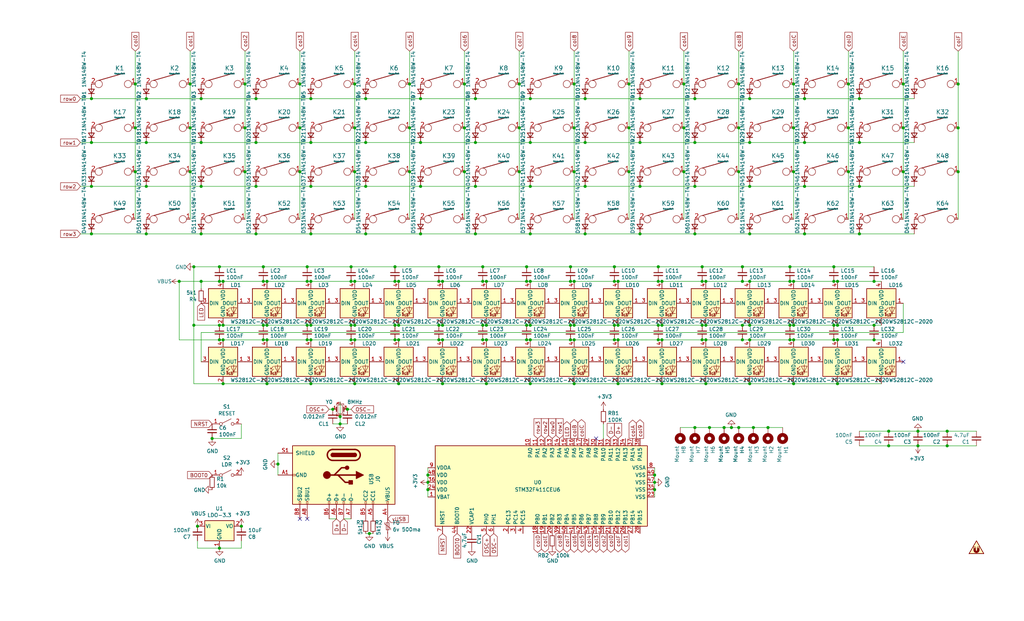
<source format=kicad_sch>
(kicad_sch (version 20211123) (generator eeschema)
  (paper "USLegal")
  (title_block (title "Hard Light") (date "2021-10-26") (rev "Mark 2 F") (company "Everywhere Defense Industries") (comment 1 "STM32F072 main core") (comment 2 "32-LED RGB Underlight") (comment 3 "Dual Audio Interface") (comment 4 "Direct Sequence Matrix"))
  (junction (at 198.12 113.03))
  (junction (at 251.46 148.59))
  (junction (at 153.67 133.35))
  (junction (at 91.44 113.03))
  (junction (at 308.61 154.94))
  (junction (at 106.68 118.11))
  (junction (at 76.2 190.5))
  (junction (at 31.75 81.28))
  (junction (at 218.44 59.69))
  (junction (at 104.14 59.69))
  (junction (at 76.2 97.79))
  (junction (at 106.68 97.79))
  (junction (at 332.74 44.45))
  (junction (at 184.15 97.79))
  (junction (at 115.57 142.24))
  (junction (at 153.67 118.11))
  (junction (at 218.44 29.21))
  (junction (at 161.29 44.45))
  (junction (at 198.12 118.11))
  (junction (at 222.25 64.77))
  (junction (at 118.11 147.32))
  (junction (at 46.99 59.69))
  (junction (at 142.24 29.21))
  (junction (at 66.04 59.69))
  (junction (at 184.15 113.03))
  (junction (at 123.19 113.03))
  (junction (at 294.64 59.69))
  (junction (at 243.84 113.03))
  (junction (at 260.35 113.03))
  (junction (at 180.34 59.69))
  (junction (at 168.91 133.35))
  (junction (at 50.8 81.28))
  (junction (at 275.59 118.11))
  (junction (at 165.1 81.28))
  (junction (at 318.77 149.86))
  (junction (at 246.38 148.59))
  (junction (at 245.11 118.11))
  (junction (at 138.43 97.79))
  (junction (at 168.91 97.79))
  (junction (at 146.05 49.53))
  (junction (at 241.3 34.29))
  (junction (at 118.11 144.78))
  (junction (at 66.04 29.21))
  (junction (at 46.99 44.45))
  (junction (at 199.39 118.11))
  (junction (at 142.24 59.69))
  (junction (at 77.47 118.11))
  (junction (at 294.64 44.45))
  (junction (at 184.15 49.53))
  (junction (at 243.84 118.11))
  (junction (at 85.09 44.45))
  (junction (at 161.29 59.69))
  (junction (at 237.49 44.45))
  (junction (at 313.69 29.21))
  (junction (at 106.68 113.03))
  (junction (at 69.85 97.79))
  (junction (at 127 81.28))
  (junction (at 275.59 113.03))
  (junction (at 148.59 165.1))
  (junction (at 137.16 118.11))
  (junction (at 46.99 29.21))
  (junction (at 92.71 118.11))
  (junction (at 260.35 118.11))
  (junction (at 298.45 81.28))
  (junction (at 121.92 92.71))
  (junction (at 165.1 64.77))
  (junction (at 214.63 118.11))
  (junction (at 328.93 149.86))
  (junction (at 256.54 59.69))
  (junction (at 279.4 81.28))
  (junction (at 245.11 113.03))
  (junction (at 261.62 148.59))
  (junction (at 92.71 133.35))
  (junction (at 91.44 97.79))
  (junction (at 294.64 29.21))
  (junction (at 199.39 44.45))
  (junction (at 184.15 64.77))
  (junction (at 229.87 97.79))
  (junction (at 245.11 133.35))
  (junction (at 289.56 97.79))
  (junction (at 241.3 148.59))
  (junction (at 96.52 161.29))
  (junction (at 142.24 44.45))
  (junction (at 69.85 49.53))
  (junction (at 279.4 64.77))
  (junction (at 275.59 97.79))
  (junction (at 167.64 113.03))
  (junction (at 88.9 49.53))
  (junction (at 332.74 29.21))
  (junction (at 68.58 182.88))
  (junction (at 260.35 49.53))
  (junction (at 88.9 64.77))
  (junction (at 290.83 133.35))
  (junction (at 85.09 29.21))
  (junction (at 199.39 59.69))
  (junction (at 50.8 64.77))
  (junction (at 168.91 113.03))
  (junction (at 257.81 113.03))
  (junction (at 107.95 81.28))
  (junction (at 229.87 113.03))
  (junction (at 62.23 97.79))
  (junction (at 92.71 113.03))
  (junction (at 260.35 34.29))
  (junction (at 243.84 97.79))
  (junction (at 106.68 92.71))
  (junction (at 298.45 34.29))
  (junction (at 203.2 64.77))
  (junction (at 199.39 133.35))
  (junction (at 107.95 49.53))
  (junction (at 31.75 49.53))
  (junction (at 313.69 59.69))
  (junction (at 290.83 113.03))
  (junction (at 77.47 97.79))
  (junction (at 275.59 29.21))
  (junction (at 308.61 149.86))
  (junction (at 289.56 92.71))
  (junction (at 213.36 118.11))
  (junction (at 152.4 92.71))
  (junction (at 91.44 118.11))
  (junction (at 237.49 29.21))
  (junction (at 260.35 81.28))
  (junction (at 214.63 113.03))
  (junction (at 229.87 133.35))
  (junction (at 165.1 49.53))
  (junction (at 274.32 97.79))
  (junction (at 257.81 97.79))
  (junction (at 137.16 97.79))
  (junction (at 274.32 118.11))
  (junction (at 245.11 97.79))
  (junction (at 182.88 92.71))
  (junction (at 69.85 34.29))
  (junction (at 31.75 64.77))
  (junction (at 184.15 81.28))
  (junction (at 266.7 148.59))
  (junction (at 138.43 118.11))
  (junction (at 241.3 49.53))
  (junction (at 76.2 113.03))
  (junction (at 303.53 97.79))
  (junction (at 67.31 113.03))
  (junction (at 279.4 49.53))
  (junction (at 279.4 34.29))
  (junction (at 275.59 133.35))
  (junction (at 318.77 154.94))
  (junction (at 77.47 113.03))
  (junction (at 83.82 182.88))
  (junction (at 182.88 97.79))
  (junction (at 107.95 133.35))
  (junction (at 303.53 113.03))
  (junction (at 161.29 29.21))
  (junction (at 107.95 34.29))
  (junction (at 289.56 118.11))
  (junction (at 85.09 59.69))
  (junction (at 128.27 185.42))
  (junction (at 182.88 118.11))
  (junction (at 222.25 34.29))
  (junction (at 104.14 29.21))
  (junction (at 137.16 113.03))
  (junction (at 222.25 49.53))
  (junction (at 121.92 113.03))
  (junction (at 184.15 34.29))
  (junction (at 107.95 64.77))
  (junction (at 153.67 97.79))
  (junction (at 121.92 118.11))
  (junction (at 332.74 59.69))
  (junction (at 120.65 142.24))
  (junction (at 152.4 118.11))
  (junction (at 148.59 167.64))
  (junction (at 241.3 64.77))
  (junction (at 67.31 92.71))
  (junction (at 227.33 170.18))
  (junction (at 213.36 92.71))
  (junction (at 256.54 44.45))
  (junction (at 313.69 44.45))
  (junction (at 214.63 97.79))
  (junction (at 77.47 133.35))
  (junction (at 198.12 97.79))
  (junction (at 88.9 34.29))
  (junction (at 241.3 81.28))
  (junction (at 91.44 92.71))
  (junction (at 127 34.29))
  (junction (at 92.71 97.79))
  (junction (at 254 148.59))
  (junction (at 257.81 118.11))
  (junction (at 256.54 29.21))
  (junction (at 303.53 118.11))
  (junction (at 76.2 92.71))
  (junction (at 198.12 92.71))
  (junction (at 290.83 118.11))
  (junction (at 107.95 113.03))
  (junction (at 146.05 34.29))
  (junction (at 107.95 118.11))
  (junction (at 123.19 59.69))
  (junction (at 203.2 34.29))
  (junction (at 121.92 97.79))
  (junction (at 50.8 49.53))
  (junction (at 229.87 118.11))
  (junction (at 203.2 81.28))
  (junction (at 180.34 44.45))
  (junction (at 73.66 152.4))
  (junction (at 182.88 113.03))
  (junction (at 146.05 81.28))
  (junction (at 107.95 97.79))
  (junction (at 167.64 92.71))
  (junction (at 227.33 165.1))
  (junction (at 256.54 148.59))
  (junction (at 146.05 64.77))
  (junction (at 237.49 59.69))
  (junction (at 203.2 49.53))
  (junction (at 123.19 97.79))
  (junction (at 199.39 29.21))
  (junction (at 298.45 64.77))
  (junction (at 137.16 92.71))
  (junction (at 218.44 44.45))
  (junction (at 260.35 133.35))
  (junction (at 243.84 92.71))
  (junction (at 123.19 44.45))
  (junction (at 31.75 34.29))
  (junction (at 227.33 167.64))
  (junction (at 138.43 133.35))
  (junction (at 222.25 81.28))
  (junction (at 66.04 44.45))
  (junction (at 199.39 97.79))
  (junction (at 152.4 113.03))
  (junction (at 257.81 92.71))
  (junction (at 88.9 81.28))
  (junction (at 104.14 44.45))
  (junction (at 167.64 118.11))
  (junction (at 167.64 97.79))
  (junction (at 228.6 97.79))
  (junction (at 69.85 81.28))
  (junction (at 228.6 92.71))
  (junction (at 123.19 118.11))
  (junction (at 127 64.77))
  (junction (at 50.8 34.29))
  (junction (at 168.91 118.11))
  (junction (at 153.67 113.03))
  (junction (at 148.59 170.18))
  (junction (at 228.6 118.11))
  (junction (at 123.19 133.35))
  (junction (at 180.34 29.21))
  (junction (at 213.36 113.03))
  (junction (at 298.45 49.53))
  (junction (at 69.85 64.77))
  (junction (at 76.2 118.11))
  (junction (at 274.32 92.71))
  (junction (at 289.56 113.03))
  (junction (at 152.4 97.79))
  (junction (at 260.35 64.77))
  (junction (at 328.93 154.94))
  (junction (at 199.39 113.03))
  (junction (at 123.19 29.21))
  (junction (at 184.15 118.11))
  (junction (at 213.36 97.79))
  (junction (at 165.1 34.29))
  (junction (at 127 49.53))
  (junction (at 260.35 97.79))
  (junction (at 290.83 97.79))
  (junction (at 275.59 44.45))
  (junction (at 138.43 113.03))
  (junction (at 214.63 133.35))
  (junction (at 184.15 133.35))
  (junction (at 228.6 113.03))
  (junction (at 275.59 59.69))
  (junction (at 274.32 113.03))
  (no_connect (at 207.01 152.4))
  (no_connect (at 313.69 125.73))
  (no_connect (at 104.14 180.34))
  (no_connect (at 106.68 180.34))
  (wire (pts (xy 77.47 113.03) (xy 91.44 113.03)))
  (wire (pts (xy 251.46 148.59) (xy 246.38 148.59)))
  (wire (pts (xy 123.19 29.21) (xy 123.19 44.45)))
  (wire (pts (xy 298.45 34.29) (xy 317.5 34.29)))
  (wire (pts (xy 142.24 29.21) (xy 142.24 17.78)))
  (wire (pts (xy 182.88 97.79) (xy 184.15 97.79)))
  (wire (pts (xy 261.62 148.59) (xy 256.54 148.59)))
  (wire (pts (xy 227.33 170.18) (xy 227.33 172.72)))
  (wire (pts (xy 279.4 49.53) (xy 260.35 49.53)))
  (wire (pts (xy 260.35 81.28) (xy 241.3 81.28)))
  (wire (pts (xy 161.29 44.45) (xy 161.29 59.69)))
  (wire (pts (xy 274.32 118.11) (xy 275.59 118.11)))
  (wire (pts (xy 243.84 113.03) (xy 245.11 113.03)))
  (wire (pts (xy 142.24 59.69) (xy 142.24 76.2)))
  (wire (pts (xy 199.39 59.69) (xy 199.39 76.2)))
  (wire (pts (xy 228.6 92.71) (xy 243.84 92.71)))
  (wire (pts (xy 69.85 81.28) (xy 50.8 81.28)))
  (wire (pts (xy 118.11 147.32) (xy 120.65 147.32)))
  (wire (pts (xy 67.31 92.71) (xy 67.31 113.03)))
  (wire (pts (xy 121.92 97.79) (xy 123.19 97.79)))
  (wire (pts (xy 31.75 34.29) (xy 50.8 34.29)))
  (wire (pts (xy 85.09 44.45) (xy 85.09 59.69)))
  (wire (pts (xy 256.54 44.45) (xy 256.54 59.69)))
  (wire (pts (xy 237.49 59.69) (xy 237.49 76.2)))
  (wire (pts (xy 85.09 17.78) (xy 85.09 29.21)))
  (wire (pts (xy 229.87 113.03) (xy 243.84 113.03)))
  (wire (pts (xy 104.14 59.69) (xy 104.14 76.2)))
  (wire (pts (xy 67.31 113.03) (xy 67.31 133.35)))
  (wire (pts (xy 271.78 148.59) (xy 266.7 148.59)))
  (wire (pts (xy 222.25 64.77) (xy 241.3 64.77)))
  (wire (pts (xy 85.09 59.69) (xy 85.09 76.2)))
  (wire (pts (xy 298.45 49.53) (xy 279.4 49.53)))
  (wire (pts (xy 237.49 29.21) (xy 237.49 44.45)))
  (wire (pts (xy 182.88 118.11) (xy 184.15 118.11)))
  (wire (pts (xy 218.44 29.21) (xy 218.44 44.45)))
  (wire (pts (xy 114.3 180.34) (xy 116.84 180.34)))
  (wire (pts (xy 66.04 59.69) (xy 66.04 76.2)))
  (wire (pts (xy 118.11 144.78) (xy 118.11 147.32)))
  (wire (pts (xy 92.71 97.79) (xy 106.68 97.79)))
  (wire (pts (xy 199.39 113.03) (xy 213.36 113.03)))
  (wire (pts (xy 218.44 29.21) (xy 218.44 17.78)))
  (wire (pts (xy 50.8 81.28) (xy 31.75 81.28)))
  (wire (pts (xy 214.63 97.79) (xy 228.6 97.79)))
  (wire (pts (xy 180.34 29.21) (xy 180.34 44.45)))
  (wire (pts (xy 27.94 49.53) (xy 31.75 49.53)))
  (wire (pts (xy 227.33 165.1) (xy 227.33 167.64)))
  (wire (pts (xy 257.81 118.11) (xy 260.35 118.11)))
  (wire (pts (xy 260.35 113.03) (xy 274.32 113.03)))
  (wire (pts (xy 152.4 92.71) (xy 167.64 92.71)))
  (wire (pts (xy 313.69 29.21) (xy 313.69 44.45)))
  (wire (pts (xy 257.81 113.03) (xy 260.35 113.03)))
  (wire (pts (xy 260.35 97.79) (xy 274.32 97.79)))
  (wire (pts (xy 184.15 49.53) (xy 165.1 49.53)))
  (wire (pts (xy 91.44 118.11) (xy 92.71 118.11)))
  (wire (pts (xy 76.2 118.11) (xy 77.47 118.11)))
  (wire (pts (xy 275.59 44.45) (xy 275.59 29.21)))
  (wire (pts (xy 209.55 147.32) (xy 209.55 152.4)))
  (wire (pts (xy 245.11 118.11) (xy 257.81 118.11)))
  (wire (pts (xy 137.16 118.11) (xy 138.43 118.11)))
  (wire (pts (xy 184.15 113.03) (xy 198.12 113.03)))
  (wire (pts (xy 237.49 44.45) (xy 237.49 59.69)))
  (wire (pts (xy 167.64 113.03) (xy 168.91 113.03)))
  (wire (pts (xy 313.69 105.41) (xy 313.69 115.57)))
  (wire (pts (xy 152.4 97.79) (xy 153.67 97.79)))
  (wire (pts (xy 107.95 49.53) (xy 88.9 49.53)))
  (wire (pts (xy 167.64 118.11) (xy 168.91 118.11)))
  (wire (pts (xy 142.24 44.45) (xy 142.24 59.69)))
  (wire (pts (xy 257.81 97.79) (xy 260.35 97.79)))
  (wire (pts (xy 274.32 97.79) (xy 275.59 97.79)))
  (wire (pts (xy 165.1 34.29) (xy 184.15 34.29)))
  (wire (pts (xy 294.64 29.21) (xy 294.64 44.45)))
  (wire (pts (xy 46.99 29.21) (xy 46.99 17.78)))
  (wire (pts (xy 88.9 34.29) (xy 107.95 34.29)))
  (wire (pts (xy 298.45 81.28) (xy 279.4 81.28)))
  (wire (pts (xy 294.64 44.45) (xy 294.64 59.69)))
  (wire (pts (xy 303.53 113.03) (xy 306.07 113.03)))
  (wire (pts (xy 303.53 97.79) (xy 306.07 97.79)))
  (wire (pts (xy 199.39 133.35) (xy 214.63 133.35)))
  (wire (pts (xy 256.54 29.21) (xy 256.54 17.78)))
  (wire (pts (xy 27.94 34.29) (xy 31.75 34.29)))
  (wire (pts (xy 245.11 97.79) (xy 257.81 97.79)))
  (wire (pts (xy 245.11 97.79) (xy 243.84 97.79)))
  (wire (pts (xy 83.82 147.32) (xy 83.82 152.4)))
  (wire (pts (xy 120.65 142.24) (xy 121.92 142.24)))
  (wire (pts (xy 161.29 29.21) (xy 161.29 44.45)))
  (wire (pts (xy 168.91 133.35) (xy 184.15 133.35)))
  (wire (pts (xy 213.36 92.71) (xy 228.6 92.71)))
  (wire (pts (xy 227.33 167.64) (xy 227.33 170.18)))
  (wire (pts (xy 107.95 34.29) (xy 127 34.29)))
  (wire (pts (xy 308.61 149.86) (xy 298.45 149.86)))
  (wire (pts (xy 153.67 113.03) (xy 167.64 113.03)))
  (wire (pts (xy 62.23 118.11) (xy 76.2 118.11)))
  (wire (pts (xy 260.35 49.53) (xy 241.3 49.53)))
  (wire (pts (xy 275.59 59.69) (xy 275.59 44.45)))
  (wire (pts (xy 198.12 113.03) (xy 199.39 113.03)))
  (wire (pts (xy 62.23 97.79) (xy 69.85 97.79)))
  (wire (pts (xy 92.71 118.11) (xy 106.68 118.11)))
  (wire (pts (xy 227.33 162.56) (xy 227.33 165.1)))
  (wire (pts (xy 254 148.59) (xy 251.46 148.59)))
  (wire (pts (xy 128.27 185.42) (xy 129.54 185.42)))
  (wire (pts (xy 165.1 49.53) (xy 146.05 49.53)))
  (wire (pts (xy 146.05 49.53) (xy 127 49.53)))
  (wire (pts (xy 161.29 59.69) (xy 161.29 76.2)))
  (wire (pts (xy 260.35 34.29) (xy 279.4 34.29)))
  (wire (pts (xy 83.82 190.5) (xy 83.82 187.96)))
  (wire (pts (xy 123.19 118.11) (xy 137.16 118.11)))
  (wire (pts (xy 76.2 113.03) (xy 77.47 113.03)))
  (wire (pts (xy 138.43 97.79) (xy 152.4 97.79)))
  (wire (pts (xy 121.92 92.71) (xy 137.16 92.71)))
  (wire (pts (xy 104.14 29.21) (xy 104.14 44.45)))
  (wire (pts (xy 27.94 81.28) (xy 31.75 81.28)))
  (wire (pts (xy 328.93 154.94) (xy 339.09 154.94)))
  (wire (pts (xy 198.12 118.11) (xy 199.39 118.11)))
  (wire (pts (xy 62.23 97.79) (xy 62.23 118.11)))
  (wire (pts (xy 46.99 29.21) (xy 46.99 44.45)))
  (wire (pts (xy 83.82 152.4) (xy 73.66 152.4)))
  (wire (pts (xy 222.25 34.29) (xy 241.3 34.29)))
  (wire (pts (xy 91.44 92.71) (xy 106.68 92.71)))
  (wire (pts (xy 167.64 92.71) (xy 182.88 92.71)))
  (wire (pts (xy 203.2 34.29) (xy 222.25 34.29)))
  (wire (pts (xy 184.15 133.35) (xy 199.39 133.35)))
  (wire (pts (xy 106.68 118.11) (xy 107.95 118.11)))
  (wire (pts (xy 69.85 115.57) (xy 69.85 125.73)))
  (wire (pts (xy 199.39 29.21) (xy 199.39 44.45)))
  (wire (pts (xy 203.2 81.28) (xy 184.15 81.28)))
  (wire (pts (xy 127 185.42) (xy 128.27 185.42)))
  (wire (pts (xy 241.3 148.59) (xy 236.22 148.59)))
  (wire (pts (xy 203.2 49.53) (xy 184.15 49.53)))
  (wire (pts (xy 182.88 113.03) (xy 184.15 113.03)))
  (wire (pts (xy 88.9 81.28) (xy 69.85 81.28)))
  (wire (pts (xy 303.53 118.11) (xy 306.07 118.11)))
  (wire (pts (xy 290.83 97.79) (xy 303.53 97.79)))
  (wire (pts (xy 123.19 59.69) (xy 123.19 76.2)))
  (wire (pts (xy 184.15 97.79) (xy 198.12 97.79)))
  (wire (pts (xy 153.67 118.11) (xy 167.64 118.11)))
  (wire (pts (xy 317.5 49.53) (xy 298.45 49.53)))
  (wire (pts (xy 127 34.29) (xy 146.05 34.29)))
  (wire (pts (xy 137.16 92.71) (xy 152.4 92.71)))
  (wire (pts (xy 274.32 113.03) (xy 275.59 113.03)))
  (wire (pts (xy 69.85 97.79) (xy 76.2 97.79)))
  (wire (pts (xy 121.92 118.11) (xy 123.19 118.11)))
  (wire (pts (xy 127 64.77) (xy 146.05 64.77)))
  (wire (pts (xy 66.04 44.45) (xy 66.04 59.69)))
  (wire (pts (xy 245.11 118.11) (xy 243.84 118.11)))
  (wire (pts (xy 142.24 29.21) (xy 142.24 44.45)))
  (wire (pts (xy 257.81 92.71) (xy 274.32 92.71)))
  (wire (pts (xy 245.11 113.03) (xy 257.81 113.03)))
  (wire (pts (xy 308.61 154.94) (xy 318.77 154.94)))
  (wire (pts (xy 313.69 44.45) (xy 313.69 59.69)))
  (wire (pts (xy 69.85 100.33) (xy 69.85 97.79)))
  (wire (pts (xy 229.87 133.35) (xy 245.11 133.35)))
  (wire (pts (xy 241.3 81.28) (xy 222.25 81.28)))
  (wire (pts (xy 256.54 29.21) (xy 256.54 44.45)))
  (wire (pts (xy 123.19 133.35) (xy 138.43 133.35)))
  (wire (pts (xy 148.59 170.18) (xy 148.59 167.64)))
  (wire (pts (xy 228.6 113.03) (xy 229.87 113.03)))
  (wire (pts (xy 115.57 147.32) (xy 118.11 147.32)))
  (wire (pts (xy 137.16 113.03) (xy 138.43 113.03)))
  (wire (pts (xy 214.63 133.35) (xy 229.87 133.35)))
  (wire (pts (xy 66.04 17.78) (xy 66.04 29.21)))
  (wire (pts (xy 76.2 92.71) (xy 91.44 92.71)))
  (wire (pts (xy 107.95 81.28) (xy 88.9 81.28)))
  (wire (pts (xy 214.63 113.03) (xy 228.6 113.03)))
  (wire (pts (xy 218.44 44.45) (xy 218.44 59.69)))
  (wire (pts (xy 67.31 113.03) (xy 76.2 113.03)))
  (wire (pts (xy 308.61 154.94) (xy 298.45 154.94)))
  (wire (pts (xy 104.14 29.21) (xy 104.14 17.78)))
  (wire (pts (xy 245.11 133.35) (xy 260.35 133.35)))
  (wire (pts (xy 317.5 81.28) (xy 298.45 81.28)))
  (wire (pts (xy 146.05 81.28) (xy 127 81.28)))
  (wire (pts (xy 148.59 170.18) (xy 148.59 172.72)))
  (wire (pts (xy 279.4 81.28) (xy 260.35 81.28)))
  (wire (pts (xy 180.34 59.69) (xy 180.34 76.2)))
  (wire (pts (xy 184.15 81.28) (xy 165.1 81.28)))
  (wire (pts (xy 114.3 142.24) (xy 115.57 142.24)))
  (wire (pts (xy 289.56 92.71) (xy 303.53 92.71)))
  (wire (pts (xy 218.44 59.69) (xy 218.44 76.2)))
  (wire (pts (xy 237.49 17.78) (xy 237.49 29.21)))
  (wire (pts (xy 67.31 92.71) (xy 76.2 92.71)))
  (wire (pts (xy 266.7 148.59) (xy 261.62 148.59)))
  (wire (pts (xy 180.34 29.21) (xy 180.34 17.78)))
  (wire (pts (xy 68.58 187.96) (xy 68.58 190.5)))
  (wire (pts (xy 290.83 133.35) (xy 306.07 133.35)))
  (wire (pts (xy 213.36 113.03) (xy 214.63 113.03)))
  (wire (pts (xy 165.1 64.77) (xy 184.15 64.77)))
  (wire (pts (xy 92.71 133.35) (xy 107.95 133.35)))
  (wire (pts (xy 104.14 44.45) (xy 104.14 59.69)))
  (wire (pts (xy 119.38 180.34) (xy 121.92 180.34)))
  (wire (pts (xy 213.36 118.11) (xy 214.63 118.11)))
  (wire (pts (xy 92.71 113.03) (xy 106.68 113.03)))
  (wire (pts (xy 168.91 113.03) (xy 182.88 113.03)))
  (wire (pts (xy 213.36 97.79) (xy 214.63 97.79)))
  (wire (pts (xy 76.2 190.5) (xy 83.82 190.5)))
  (wire (pts (xy 127 81.28) (xy 107.95 81.28)))
  (wire (pts (xy 243.84 92.71) (xy 257.81 92.71)))
  (wire (pts (xy 123.19 44.45) (xy 123.19 59.69)))
  (wire (pts (xy 77.47 118.11) (xy 91.44 118.11)))
  (wire (pts (xy 138.43 133.35) (xy 153.67 133.35)))
  (wire (pts (xy 332.74 44.45) (xy 332.74 59.69)))
  (wire (pts (xy 46.99 59.69) (xy 46.99 76.2)))
  (wire (pts (xy 308.61 149.86) (xy 318.77 149.86)))
  (wire (pts (xy 328.93 154.94) (xy 318.77 154.94)))
  (wire (pts (xy 332.74 29.21) (xy 332.74 44.45)))
  (wire (pts (xy 228.6 118.11) (xy 229.87 118.11)))
  (wire (pts (xy 46.99 44.45) (xy 46.99 59.69)))
  (wire (pts (xy 298.45 64.77) (xy 317.5 64.77)))
  (wire (pts (xy 168.91 97.79) (xy 182.88 97.79)))
  (wire (pts (xy 69.85 34.29) (xy 88.9 34.29)))
  (wire (pts (xy 31.75 64.77) (xy 50.8 64.77)))
  (wire (pts (xy 50.8 49.53) (xy 31.75 49.53)))
  (wire (pts (xy 184.15 64.77) (xy 203.2 64.77)))
  (wire (pts (xy 275.59 133.35) (xy 290.83 133.35)))
  (wire (pts (xy 241.3 49.53) (xy 222.25 49.53)))
  (wire (pts (xy 313.69 115.57) (xy 69.85 115.57)))
  (wire (pts (xy 313.69 59.69) (xy 313.69 76.2)))
  (wire (pts (xy 275.59 97.79) (xy 289.56 97.79)))
  (wire (pts (xy 123.19 17.78) (xy 123.19 29.21)))
  (wire (pts (xy 246.38 148.59) (xy 241.3 148.59)))
  (wire (pts (xy 138.43 118.11) (xy 152.4 118.11)))
  (wire (pts (xy 241.3 34.29) (xy 260.35 34.29)))
  (wire (pts (xy 146.05 34.29) (xy 165.1 34.29)))
  (wire (pts (xy 66.04 29.21) (xy 66.04 44.45)))
  (wire (pts (xy 256.54 148.59) (xy 254 148.59)))
  (wire (pts (xy 91.44 113.03) (xy 92.71 113.03)))
  (wire (pts (xy 198.12 92.71) (xy 213.36 92.71)))
  (wire (pts (xy 152.4 118.11) (xy 153.67 118.11)))
  (wire (pts (xy 229.87 97.79) (xy 243.84 97.79)))
  (wire (pts (xy 279.4 64.77) (xy 298.45 64.77)))
  (wire (pts (xy 107.95 133.35) (xy 123.19 133.35)))
  (wire (pts (xy 68.58 190.5) (xy 76.2 190.5)))
  (wire (pts (xy 107.95 118.11) (xy 121.92 118.11)))
  (wire (pts (xy 275.59 76.2) (xy 275.59 59.69)))
  (wire (pts (xy 294.64 59.69) (xy 294.64 76.2)))
  (wire (pts (xy 228.6 97.79) (xy 229.87 97.79)))
  (wire (pts (xy 313.69 17.78) (xy 313.69 29.21)))
  (wire (pts (xy 107.95 113.03) (xy 121.92 113.03)))
  (wire (pts (xy 77.47 133.35) (xy 92.71 133.35)))
  (wire (pts (xy 229.87 118.11) (xy 243.84 118.11)))
  (wire (pts (xy 199.39 44.45) (xy 199.39 59.69)))
  (wire (pts (xy 27.94 64.77) (xy 31.75 64.77)))
  (wire (pts (xy 67.31 133.35) (xy 77.47 133.35)))
  (wire (pts (xy 290.83 118.11) (xy 303.53 118.11)))
  (wire (pts (xy 260.35 64.77) (xy 279.4 64.77)))
  (wire (pts (xy 96.52 161.29) (xy 96.52 165.1)))
  (wire (pts (xy 137.16 97.79) (xy 138.43 97.79)))
  (wire (pts (xy 106.68 113.03) (xy 107.95 113.03)))
  (wire (pts (xy 123.19 97.79) (xy 137.16 97.79)))
  (wire (pts (xy 77.47 97.79) (xy 91.44 97.79)))
  (wire (pts (xy 294.64 29.21) (xy 294.64 17.78)))
  (wire (pts (xy 153.67 133.35) (xy 168.91 133.35)))
  (wire (pts (xy 168.91 118.11) (xy 182.88 118.11)))
  (wire (pts (xy 161.29 17.78) (xy 161.29 29.21)))
  (wire (pts (xy 274.32 92.71) (xy 289.56 92.71)))
  (wire (pts (xy 279.4 34.29) (xy 298.45 34.29)))
  (wire (pts (xy 88.9 49.53) (xy 69.85 49.53)))
  (wire (pts (xy 275.59 113.03) (xy 289.56 113.03)))
  (wire (pts (xy 214.63 118.11) (xy 228.6 118.11)))
  (wire (pts (xy 69.85 49.53) (xy 50.8 49.53)))
  (wire (pts (xy 198.12 97.79) (xy 199.39 97.79)))
  (wire (pts (xy 146.05 64.77) (xy 165.1 64.77)))
  (wire (pts (xy 50.8 34.29) (xy 69.85 34.29)))
  (wire (pts (xy 241.3 64.77) (xy 260.35 64.77)))
  (wire (pts (xy 260.35 118.11) (xy 274.32 118.11)))
  (wire (pts (xy 182.88 92.71) (xy 198.12 92.71)))
  (wire (pts (xy 275.59 118.11) (xy 289.56 118.11)))
  (wire (pts (xy 332.74 29.21) (xy 332.74 17.78)))
  (wire (pts (xy 199.39 97.79) (xy 213.36 97.79)))
  (wire (pts (xy 184.15 118.11) (xy 198.12 118.11)))
  (wire (pts (xy 275.59 17.78) (xy 275.59 29.21)))
  (wire (pts (xy 256.54 59.69) (xy 256.54 76.2)))
  (wire (pts (xy 222.25 81.28) (xy 203.2 81.28)))
  (wire (pts (xy 332.74 59.69) (xy 332.74 76.2)))
  (wire (pts (xy 203.2 64.77) (xy 222.25 64.77)))
  (wire (pts (xy 106.68 97.79) (xy 107.95 97.79)))
  (wire (pts (xy 69.85 64.77) (xy 88.9 64.77)))
  (wire (pts (xy 50.8 64.77) (xy 69.85 64.77)))
  (wire (pts (xy 76.2 97.79) (xy 77.47 97.79)))
  (wire (pts (xy 339.09 149.86) (xy 328.93 149.86)))
  (wire (pts (xy 180.34 44.45) (xy 180.34 59.69)))
  (wire (pts (xy 184.15 34.29) (xy 203.2 34.29)))
  (wire (pts (xy 290.83 118.11) (xy 289.56 118.11)))
  (wire (pts (xy 91.44 97.79) (xy 92.71 97.79)))
  (wire (pts (xy 138.43 113.03) (xy 152.4 113.03)))
  (wire (pts (xy 106.68 92.71) (xy 121.92 92.71)))
  (wire (pts (xy 127 49.53) (xy 107.95 49.53)))
  (wire (pts (xy 199.39 118.11) (xy 213.36 118.11)))
  (wire (pts (xy 118.11 139.7) (xy 118.11 144.78)))
  (wire (pts (xy 222.25 49.53) (xy 203.2 49.53)))
  (wire (pts (xy 88.9 64.77) (xy 107.95 64.77)))
  (wire (pts (xy 290.83 113.03) (xy 303.53 113.03)))
  (wire (pts (xy 152.4 113.03) (xy 153.67 113.03)))
  (wire (pts (xy 123.19 113.03) (xy 137.16 113.03)))
  (wire (pts (xy 328.93 149.86) (xy 318.77 149.86)))
  (wire (pts (xy 289.56 113.03) (xy 290.83 113.03)))
  (wire (pts (xy 107.95 64.77) (xy 127 64.77)))
  (wire (pts (xy 96.52 157.48) (xy 96.52 161.29)))
  (wire (pts (xy 165.1 81.28) (xy 146.05 81.28)))
  (wire (pts (xy 148.59 162.56) (xy 148.59 165.1)))
  (wire (pts (xy 199.39 17.78) (xy 199.39 29.21)))
  (wire (pts (xy 121.92 113.03) (xy 123.19 113.03)))
  (wire (pts (xy 107.95 97.79) (xy 121.92 97.79)))
  (wire (pts (xy 85.09 29.21) (xy 85.09 44.45)))
  (wire (pts (xy 148.59 165.1) (xy 148.59 167.64)))
  (wire (pts (xy 167.64 97.79) (xy 168.91 97.79)))
  (wire (pts (xy 153.67 97.79) (xy 167.64 97.79)))
  (wire (pts (xy 260.35 133.35) (xy 275.59 133.35)))
  (wire (pts (xy 290.83 97.79) (xy 289.56 97.79)))
  (global_label "vUSB" (shape input) (at 134.62 180.34 0) (property "Intersheet References" "${INTERSHEET_REFS}" (effects hide)))
  (global_label "NRST" (shape input) (at 73.66 147.32 180) (property "Intersheet References" "${INTERSHEET_REFS}" (effects hide)))
  (global_label "col8" (shape output) (at 194.31 185.42 270) (property "Intersheet References" "${INTERSHEET_REFS}" (effects hide)))
  (global_label "col1" (shape output) (at 217.17 185.42 270) (property "Intersheet References" "${INTERSHEET_REFS}" (effects hide)))
  (global_label "col0" (shape output) (at 212.09 185.42 270) (property "Intersheet References" "${INTERSHEET_REFS}" (effects hide)))
  (global_label "LED" (shape output) (at 196.85 152.4 90) (property "Intersheet References" "${INTERSHEET_REFS}" (effects hide)))
  (global_label "colF" (shape output) (at 214.63 185.42 270) (property "Intersheet References" "${INTERSHEET_REFS}" (effects hide)))
  (global_label "LED" (shape input) (at 69.85 105.41 270) (property "Intersheet References" "${INTERSHEET_REFS}" (effects hide)))
  (global_label "D+" (shape input) (at 214.63 152.4 90) (property "Intersheet References" "${INTERSHEET_REFS}" (effects hide)))
  (global_label "col3" (shape input) (at 104.14 17.78 90) (property "Intersheet References" "${INTERSHEET_REFS}" (effects hide)))
  (global_label "NRST" (shape input) (at 153.67 185.42 270) (property "Intersheet References" "${INTERSHEET_REFS}" (effects hide)))
  (global_label "col6" (shape output) (at 199.39 185.42 270) (property "Intersheet References" "${INTERSHEET_REFS}" (effects hide)))
  (global_label "BOOT0" (shape input) (at 73.66 165.1 180) (property "Intersheet References" "${INTERSHEET_REFS}" (effects hide)))
  (global_label "colB" (shape output) (at 199.39 152.4 90) (property "Intersheet References" "${INTERSHEET_REFS}" (effects hide)))
  (global_label "D-" (shape input) (at 119.38 180.34 270) (property "Intersheet References" "${INTERSHEET_REFS}" (effects hide)))
  (global_label "row1" (shape input) (at 27.94 49.53 180) (property "Intersheet References" "${INTERSHEET_REFS}" (effects hide)))
  (global_label "BOOT0" (shape input) (at 158.75 185.42 270) (property "Intersheet References" "${INTERSHEET_REFS}" (effects hide)))
  (global_label "col2" (shape input) (at 85.09 17.78 90) (property "Intersheet References" "${INTERSHEET_REFS}" (effects hide)))
  (global_label "colD" (shape output) (at 186.69 185.42 270) (property "Intersheet References" "${INTERSHEET_REFS}" (effects hide)))
  (global_label "colE" (shape input) (at 313.69 17.78 90) (property "Intersheet References" "${INTERSHEET_REFS}" (effects hide)))
  (global_label "col2" (shape output) (at 209.55 185.42 270) (property "Intersheet References" "${INTERSHEET_REFS}" (effects hide)))
  (global_label "col9" (shape input) (at 218.44 17.78 90) (property "Intersheet References" "${INTERSHEET_REFS}" (effects hide)))
  (global_label "colB" (shape input) (at 256.54 17.78 90) (property "Intersheet References" "${INTERSHEET_REFS}" (effects hide)))
  (global_label "D-" (shape input) (at 212.09 152.4 90) (property "Intersheet References" "${INTERSHEET_REFS}" (effects hide)))
  (global_label "OSC-" (shape input) (at 171.45 185.42 270) (property "Intersheet References" "${INTERSHEET_REFS}" (effects hide)))
  (global_label "col9" (shape output) (at 222.25 152.4 90) (property "Intersheet References" "${INTERSHEET_REFS}" (effects hide)))
  (global_label "col3" (shape output) (at 207.01 185.42 270) (property "Intersheet References" "${INTERSHEET_REFS}" (effects hide)))
  (global_label "colC" (shape input) (at 275.59 17.78 90) (property "Intersheet References" "${INTERSHEET_REFS}" (effects hide)))
  (global_label "row3" (shape input) (at 27.94 81.28 180) (property "Intersheet References" "${INTERSHEET_REFS}" (effects hide)))
  (global_label "row2" (shape input) (at 189.23 152.4 90) (property "Intersheet References" "${INTERSHEET_REFS}" (effects hide)))
  (global_label "row0" (shape input) (at 27.94 34.29 180) (property "Intersheet References" "${INTERSHEET_REFS}" (effects hide)))
  (global_label "col4" (shape input) (at 123.19 17.78 90) (property "Intersheet References" "${INTERSHEET_REFS}" (effects hide)))
  (global_label "OSC+" (shape input) (at 168.91 185.42 270) (property "Intersheet References" "${INTERSHEET_REFS}" (effects hide)))
  (global_label "OSC-" (shape input) (at 121.92 142.24 0) (property "Intersheet References" "${INTERSHEET_REFS}" (effects hide)))
  (global_label "colA" (shape output) (at 219.71 152.4 90) (property "Intersheet References" "${INTERSHEET_REFS}" (effects hide)))
  (global_label "OSC+" (shape input) (at 114.3 142.24 180) (property "Intersheet References" "${INTERSHEET_REFS}" (effects hide)))
  (global_label "colE" (shape output) (at 189.23 185.42 270) (property "Intersheet References" "${INTERSHEET_REFS}" (effects hide)))
  (global_label "col5" (shape input) (at 142.24 17.78 90) (property "Intersheet References" "${INTERSHEET_REFS}" (effects hide)))
  (global_label "col8" (shape input) (at 199.39 17.78 90) (property "Intersheet References" "${INTERSHEET_REFS}" (effects hide)))
  (global_label "row1" (shape input) (at 194.31 152.4 90) (property "Intersheet References" "${INTERSHEET_REFS}" (effects hide)))
  (global_label "col4" (shape output) (at 204.47 185.42 270) (property "Intersheet References" "${INTERSHEET_REFS}" (effects hide)))
  (global_label "D+" (shape input) (at 116.84 180.34 270) (property "Intersheet References" "${INTERSHEET_REFS}" (effects hide)))
  (global_label "row3" (shape input) (at 186.69 152.4 90) (property "Intersheet References" "${INTERSHEET_REFS}" (effects hide)))
  (global_label "col7" (shape input) (at 180.34 17.78 90) (property "Intersheet References" "${INTERSHEET_REFS}" (effects hide)))
  (global_label "col0" (shape input) (at 46.99 17.78 90) (property "Intersheet References" "${INTERSHEET_REFS}" (effects hide)))
  (global_label "colD" (shape input) (at 294.64 17.78 90) (property "Intersheet References" "${INTERSHEET_REFS}" (effects hide)))
  (global_label "col1" (shape input) (at 66.04 17.78 90) (property "Intersheet References" "${INTERSHEET_REFS}" (effects hide)))
  (global_label "col7" (shape output) (at 196.85 185.42 270) (property "Intersheet References" "${INTERSHEET_REFS}" (effects hide)))
  (global_label "col5" (shape output) (at 201.93 185.42 270) (property "Intersheet References" "${INTERSHEET_REFS}" (effects hide)))
  (global_label "colC" (shape output) (at 201.93 152.4 90) (property "Intersheet References" "${INTERSHEET_REFS}" (effects hide)))
  (global_label "colF" (shape input) (at 332.74 17.78 90) (property "Intersheet References" "${INTERSHEET_REFS}" (effects hide)))
  (global_label "row2" (shape input) (at 27.94 64.77 180) (property "Intersheet References" "${INTERSHEET_REFS}" (effects hide)))
  (global_label "col6" (shape input) (at 161.29 17.78 90) (property "Intersheet References" "${INTERSHEET_REFS}" (effects hide)))
  (global_label "colA" (shape input) (at 237.49 17.78 90) (property "Intersheet References" "${INTERSHEET_REFS}" (effects hide)))
  (global_label "row0" (shape input) (at 191.77 152.4 90) (property "Intersheet References" "${INTERSHEET_REFS}" (effects hide)))
  (symbol (lib_id "MCU_ST_STM32F4:STM32F411CEUx") (at 186.69 167.64 90) (unit 1)
    (property "Reference" "U0" (at 186.69 167.64 90))
    (property "Value" "STM32F411CEU6" (at 186.69 170.18 90))
    (property "Footprint" "Package_DFN_QFN:QFN-48-1EP_7x7mm_P0.5mm_EP5.6x5.6mm" (effects hide))
    (property "Datasheet" "http://www.st.com/st-web-ui/static/active/en/resource/technical/document/datasheet/DM00115249.pdf" (effects hide))
    (property "LCSC" "C60420" (effects hide))
  )
  (symbol (lib_id "power:+3V3") (at 148.59 167.64 90) (unit 1)
    (property "Reference" "#PWR0101" (effects hide))
    (property "Value" "+3V3" (at 144.1958 167.259 0))
  )
  (symbol (lib_id "power:GND") (at 227.33 167.64 90) (unit 1)
    (property "Reference" "#PWR0102" (effects hide))
    (property "Value" "GND" (at 231.7242 167.513 0))
  )
  (symbol (lib_id "Device:C_Small") (at 339.09 152.4 180) (unit 1)
    (property "Reference" "C1" (at 336.7532 153.5684 0) (effects (justify left)))
    (property "Value" "4.7uF" (at 336.7532 151.257 0) (effects (justify left)))
    (property "Footprint" "EDI:Passive_0402_1005Metric" (effects hide))
    (property "LCSC" "C23733" (effects hide))
  )
  (symbol (lib_id "Device:C_Small") (at 328.93 152.4 180) (unit 1)
    (property "Reference" "C2" (at 326.5932 153.5684 0) (effects (justify left)))
    (property "Value" "100nF" (at 326.5932 151.257 0) (effects (justify left)))
    (property "Footprint" "EDI:Passive_0402_1005Metric" (effects hide))
    (property "LCSC" "C307331" (effects hide))
  )
  (symbol (lib_id "Device:C_Small") (at 318.77 152.4 180) (unit 1)
    (property "Reference" "C3" (at 316.4332 153.5684 0) (effects (justify left)))
    (property "Value" "100nF" (at 316.4332 151.257 0) (effects (justify left)))
    (property "Footprint" "EDI:Passive_0402_1005Metric" (effects hide))
    (property "LCSC" "C307331" (effects hide))
  )
  (symbol (lib_id "Device:C_Small") (at 308.61 152.4 180) (unit 1)
    (property "Reference" "C4" (at 306.2732 153.5684 0) (effects (justify left)))
    (property "Value" "100nF" (at 306.2732 151.257 0) (effects (justify left)))
    (property "Footprint" "EDI:Passive_0402_1005Metric" (effects hide))
    (property "LCSC" "C307331" (effects hide))
  )
  (symbol (lib_id "power:GND") (at 318.77 149.86 180) (unit 1)
    (property "Reference" "#PWR0104" (effects hide))
    (property "Value" "GND" (at 318.643 145.4658 0))
  )
  (symbol (lib_id "Regulator_Linear:LD1117S33TR_SOT223") (at 76.2 182.88 0) (unit 1)
    (property "Reference" "U1" (at 76.2 176.7332 0))
    (property "Value" "LDO-3.3" (at 76.2 179.0446 0))
    (property "Footprint" "Package_TO_SOT_SMD:SOT-23" (effects hide))
    (property "Datasheet" "http://www.st.com/st-web-ui/static/active/en/resource/technical/document/datasheet/CD00000544.pdf" (effects hide))
    (property "LCSC" "C83932" (effects hide))
  )
  (symbol (lib_id "Device:C_Small") (at 68.58 185.42 180) (unit 1)
    (property "Reference" "C7" (at 66.2432 186.5884 0) (effects (justify left)))
    (property "Value" "100nF" (at 66.2432 184.277 0) (effects (justify left)))
    (property "Footprint" "EDI:Passive_0402_1005Metric" (effects hide))
    (property "LCSC" "C307331" (effects hide))
  )
  (symbol (lib_id "Device:C_Small") (at 83.82 185.42 0) (mirror x) (unit 1)
    (property "Reference" "C8" (at 86.1568 186.5884 0) (effects (justify left)))
    (property "Value" "10uF" (at 86.1568 184.277 0) (effects (justify left)))
    (property "Footprint" "EDI:Passive_0402_1005Metric" (effects hide))
    (property "LCSC" "C15525" (effects hide))
  )
  (symbol (lib_id "power:GND") (at 76.2 190.5 0) (unit 1)
    (property "Reference" "#PWR0105" (effects hide))
    (property "Value" "GND" (at 76.327 194.8942 0))
  )
  (symbol (lib_id "power:+3V3") (at 83.82 182.88 0) (unit 1)
    (property "Reference" "#PWR0106" (effects hide))
    (property "Value" "+3V3" (at 84.201 178.4858 0))
  )
  (symbol (lib_id "power:VBUS") (at 68.58 182.88 0) (unit 1)
    (property "Reference" "#PWR0107" (effects hide))
    (property "Value" "VBUS" (at 68.961 178.4858 0))
  )
  (symbol (lib_id "HL-Mk2-rescue:USB_C_Receptacle_USB2.0-Connector") (at 119.38 165.1 270) (unit 1)
    (property "Reference" "J0" (at 131.2418 166.497 0))
    (property "Value" "USB" (at 128.9304 166.497 0))
    (property "Footprint" "Connector_USB:USB_C_Receptacle_HRO_TYPE-C-31-M-12" (effects hide))
    (property "LCSC" "C165948" (effects hide))
  )
  (symbol (lib_id "power:GND") (at 96.52 161.29 270) (unit 1)
    (property "Reference" "#PWR0108" (effects hide))
    (property "Value" "GND" (at 92.1258 161.417 0))
  )
  (symbol (lib_id "power:VBUS") (at 134.62 185.42 180) (unit 1)
    (property "Reference" "#PWR0109" (effects hide))
    (property "Value" "VBUS" (at 134.239 189.8142 0))
  )
  (symbol (lib_id "Switch:SW_SPST") (at 78.74 147.32 0) (unit 1)
    (property "Reference" "S1" (at 78.74 141.351 0))
    (property "Value" "RESET" (at 78.74 143.6624 0))
    (property "Footprint" "EDI:SW_EVPBB4A9B000" (effects hide))
    (property "LCSC" "C140848" (effects hide))
  )
  (symbol (lib_id "Device:C_Small") (at 73.66 149.86 0) (unit 1)
    (property "Reference" "C6" (at 75.9968 148.6916 0) (effects (justify left)))
    (property "Value" "100nF" (at 75.9968 151.003 0) (effects (justify left)))
    (property "Footprint" "EDI:Passive_0402_1005Metric" (effects hide))
    (property "LCSC" "C307331" (effects hide))
  )
  (symbol (lib_id "power:GND") (at 73.66 152.4 0) (unit 1)
    (property "Reference" "#PWR0110" (effects hide))
    (property "Value" "GND" (at 73.787 156.7942 0))
  )
  (symbol (lib_id "Switch:SW_SPST") (at 78.74 165.1 0) (unit 1)
    (property "Reference" "S2" (at 78.74 159.131 0))
    (property "Value" "LDR" (at 78.74 161.4424 0))
    (property "Footprint" "EDI:SW_EVPBB4A9B000" (effects hide))
    (property "LCSC" "C140848" (effects hide))
  )
  (symbol (lib_id "Device:R_Small") (at 73.66 167.64 0) (unit 1)
    (property "Reference" "R1" (at 75.1586 166.4716 0) (effects (justify left)))
    (property "Value" "10k" (at 75.1586 168.783 0) (effects (justify left)))
    (property "Footprint" "EDI:Passive_0402_1005Metric" (effects hide))
    (property "LCSC" "C25744" (effects hide))
  )
  (symbol (lib_id "power:+3V3") (at 83.82 165.1 0) (unit 1)
    (property "Reference" "#PWR0111" (effects hide))
    (property "Value" "+3V3" (at 84.201 160.7058 0))
  )
  (symbol (lib_id "power:GND") (at 73.66 170.18 270) (unit 1)
    (property "Reference" "#PWR0112" (effects hide))
    (property "Value" "GND" (at 69.2658 170.307 90))
  )
  (symbol (lib_id "Mechanical:MountingHole_Pad") (at 271.78 151.13 180) (unit 1)
    (property "Reference" "H1" (at 272.9484 154.94 90) (effects (justify left)))
    (property "Value" "Mount" (at 270.637 154.94 90) (effects (justify left)))
    (property "Footprint" "MountingHole:MountingHole_2.2mm_M2_ISO7380_Pad" (effects hide))
  )
  (symbol (lib_id "Mechanical:MountingHole_Pad") (at 266.7 151.13 180) (unit 1)
    (property "Reference" "H2" (at 267.8684 154.94 90) (effects (justify left)))
    (property "Value" "Mount" (at 265.557 154.94 90) (effects (justify left)))
    (property "Footprint" "MountingHole:MountingHole_2.2mm_M2_ISO7380_Pad" (effects hide))
  )
  (symbol (lib_id "Mechanical:MountingHole_Pad") (at 261.62 151.13 180) (unit 1)
    (property "Reference" "H3" (at 262.7884 154.94 90) (effects (justify left)))
    (property "Value" "Mount" (at 260.477 154.94 90) (effects (justify left)))
    (property "Footprint" "MountingHole:MountingHole_2.2mm_M2_ISO7380_Pad" (effects hide))
  )
  (symbol (lib_id "Mechanical:MountingHole_Pad") (at 256.54 151.13 180) (unit 1)
    (property "Reference" "H4" (at 257.7084 154.94 90) (effects (justify left)))
    (property "Value" "Mount" (at 255.397 154.94 90) (effects (justify left)))
    (property "Footprint" "MountingHole:MountingHole_2.2mm_M2_ISO7380_Pad" (effects hide))
  )
  (symbol (lib_id "Mechanical:MountingHole_Pad") (at 251.46 151.13 180) (unit 1)
    (property "Reference" "H5" (at 252.6284 154.94 90) (effects (justify left)))
    (property "Value" "Mount" (at 250.317 154.94 90) (effects (justify left)))
    (property "Footprint" "MountingHole:MountingHole_2.2mm_M2_ISO7380_Pad" (effects hide))
  )
  (symbol (lib_id "Mechanical:MountingHole_Pad") (at 246.38 151.13 180) (unit 1)
    (property "Reference" "H6" (at 247.5484 154.94 90) (effects (justify left)))
    (property "Value" "Mount" (at 245.237 154.94 90) (effects (justify left)))
    (property "Footprint" "MountingHole:MountingHole_2.2mm_M2_ISO7380_Pad" (effects hide))
  )
  (symbol (lib_id "Mechanical:MountingHole_Pad") (at 241.3 151.13 180) (unit 1)
    (property "Reference" "H7" (at 242.4684 154.94 90) (effects (justify left)))
    (property "Value" "Mount" (at 240.157 154.94 90) (effects (justify left)))
    (property "Footprint" "MountingHole:MountingHole_2.2mm_M2_ISO7380_Pad" (effects hide))
  )
  (symbol (lib_id "Mechanical:MountingHole_Pad") (at 236.22 151.13 180) (unit 1)
    (property "Reference" "H8" (at 237.3884 154.94 90) (effects (justify left)))
    (property "Value" "Mount" (at 235.077 154.94 90) (effects (justify left)))
    (property "Footprint" "MountingHole:MountingHole_2.2mm_M2_ISO7380_Pad" (effects hide))
  )
  (symbol (lib_id "HL-Mk2-rescue:KEYSW-keyboard_parts") (at 39.37 29.21 0) (unit 1)
    (property "Reference" "K1" (at 41.5544 23.6982 0) (effects (font (size 1.524 1.524))))
    (property "Value" "Keyswitch" (at 41.5544 25.5778 0) (effects (font (size 0.508 0.508))))
    (property "Footprint" "EDI:MX-Choc" (effects hide))
  )
  (symbol (lib_id "Device:D_Small") (at 31.75 31.75 270) (mirror x) (unit 1)
    (property "Reference" "D1" (at 29.21 34.29 0) (effects (justify left)))
    (property "Value" "1N4148W-T4" (at 29.21 30.48 0) (effects (justify left)))
    (property "Footprint" "EDI:D_SOD-523" (effects hide))
    (property "LCSC" "C68948" (effects hide))
  )
  (symbol (lib_id "HL-Mk2-rescue:KEYSW-keyboard_parts") (at 58.42 29.21 0) (unit 1)
    (property "Reference" "K2" (at 60.6044 23.6982 0) (effects (font (size 1.524 1.524))))
    (property "Value" "Keyswitch" (at 60.6044 25.5778 0) (effects (font (size 0.508 0.508))))
    (property "Footprint" "EDI:MX-Choc" (effects hide))
  )
  (symbol (lib_id "Device:D_Small") (at 50.8 31.75 270) (mirror x) (unit 1)
    (property "Reference" "D2" (at 48.26 34.29 0) (effects (justify left)))
    (property "Value" "1N4148W-T4" (at 48.26 30.48 0) (effects (justify left)))
    (property "Footprint" "EDI:D_SOD-523" (effects hide))
    (property "LCSC" "C68948" (effects hide))
  )
  (symbol (lib_id "HL-Mk2-rescue:KEYSW-keyboard_parts") (at 77.47 29.21 0) (unit 1)
    (property "Reference" "K3" (at 79.6544 23.6982 0) (effects (font (size 1.524 1.524))))
    (property "Value" "Keyswitch" (at 79.6544 25.5778 0) (effects (font (size 0.508 0.508))))
    (property "Footprint" "EDI:MX-Choc" (effects hide))
  )
  (symbol (lib_id "Device:D_Small") (at 69.85 31.75 270) (mirror x) (unit 1)
    (property "Reference" "D3" (at 67.31 34.29 0) (effects (justify left)))
    (property "Value" "1N4148W-T4" (at 67.31 30.48 0) (effects (justify left)))
    (property "Footprint" "EDI:D_SOD-523" (effects hide))
    (property "LCSC" "C68948" (effects hide))
  )
  (symbol (lib_id "HL-Mk2-rescue:KEYSW-keyboard_parts") (at 96.52 29.21 0) (unit 1)
    (property "Reference" "K4" (at 98.7044 23.6982 0) (effects (font (size 1.524 1.524))))
    (property "Value" "Keyswitch" (at 98.7044 25.5778 0) (effects (font (size 0.508 0.508))))
    (property "Footprint" "EDI:MX-Choc" (effects hide))
  )
  (symbol (lib_id "Device:D_Small") (at 88.9 31.75 270) (mirror x) (unit 1)
    (property "Reference" "D4" (at 86.36 34.29 0) (effects (justify left)))
    (property "Value" "1N4148W-T4" (at 86.36 30.48 0) (effects (justify left)))
    (property "Footprint" "EDI:D_SOD-523" (effects hide))
    (property "LCSC" "C68948" (effects hide))
  )
  (symbol (lib_id "HL-Mk2-rescue:KEYSW-keyboard_parts") (at 115.57 29.21 0) (unit 1)
    (property "Reference" "K5" (at 117.7544 23.6982 0) (effects (font (size 1.524 1.524))))
    (property "Value" "Keyswitch" (at 117.7544 25.5778 0) (effects (font (size 0.508 0.508))))
    (property "Footprint" "EDI:MX-Choc" (effects hide))
  )
  (symbol (lib_id "Device:D_Small") (at 107.95 31.75 270) (mirror x) (unit 1)
    (property "Reference" "D5" (at 105.41 34.29 0) (effects (justify left)))
    (property "Value" "1N4148W-T4" (at 105.41 30.48 0) (effects (justify left)))
    (property "Footprint" "EDI:D_SOD-523" (effects hide))
    (property "LCSC" "C68948" (effects hide))
  )
  (symbol (lib_id "HL-Mk2-rescue:KEYSW-keyboard_parts") (at 134.62 29.21 0) (unit 1)
    (property "Reference" "K6" (at 136.8044 23.6982 0) (effects (font (size 1.524 1.524))))
    (property "Value" "Keyswitch" (at 136.8044 25.5778 0) (effects (font (size 0.508 0.508))))
    (property "Footprint" "EDI:MX-Choc" (effects hide))
  )
  (symbol (lib_id "Device:D_Small") (at 127 31.75 270) (mirror x) (unit 1)
    (property "Reference" "D6" (at 124.46 34.29 0) (effects (justify left)))
    (property "Value" "1N4148W-T4" (at 124.46 30.48 0) (effects (justify left)))
    (property "Footprint" "EDI:D_SOD-523" (effects hide))
    (property "LCSC" "C68948" (effects hide))
  )
  (symbol (lib_id "HL-Mk2-rescue:KEYSW-keyboard_parts") (at 153.67 29.21 0) (unit 1)
    (property "Reference" "K7" (at 155.8544 23.6982 0) (effects (font (size 1.524 1.524))))
    (property "Value" "Keyswitch" (at 155.8544 25.5778 0) (effects (font (size 0.508 0.508))))
    (property "Footprint" "EDI:MX-Choc" (effects hide))
  )
  (symbol (lib_id "Device:D_Small") (at 146.05 31.75 270) (mirror x) (unit 1)
    (property "Reference" "D7" (at 143.51 34.29 0) (effects (justify left)))
    (property "Value" "1N4148W-T4" (at 143.51 30.48 0) (effects (justify left)))
    (property "Footprint" "EDI:D_SOD-523" (effects hide))
    (property "LCSC" "C68948" (effects hide))
  )
  (symbol (lib_id "HL-Mk2-rescue:KEYSW-keyboard_parts") (at 172.72 29.21 0) (unit 1)
    (property "Reference" "K8" (at 174.9044 23.6982 0) (effects (font (size 1.524 1.524))))
    (property "Value" "Keyswitch" (at 174.9044 25.5778 0) (effects (font (size 0.508 0.508))))
    (property "Footprint" "EDI:MX-Choc" (effects hide))
  )
  (symbol (lib_id "Device:D_Small") (at 165.1 31.75 270) (mirror x) (unit 1)
    (property "Reference" "D8" (at 162.56 34.29 0) (effects (justify left)))
    (property "Value" "1N4148W-T4" (at 162.56 30.48 0) (effects (justify left)))
    (property "Footprint" "EDI:D_SOD-523" (effects hide))
    (property "LCSC" "C68948" (effects hide))
  )
  (symbol (lib_id "HL-Mk2-rescue:KEYSW-keyboard_parts") (at 191.77 29.21 0) (unit 1)
    (property "Reference" "K9" (at 193.9544 23.6982 0) (effects (font (size 1.524 1.524))))
    (property "Value" "Keyswitch" (at 193.9544 25.5778 0) (effects (font (size 0.508 0.508))))
    (property "Footprint" "EDI:MX-Choc" (effects hide))
  )
  (symbol (lib_id "Device:D_Small") (at 184.15 31.75 270) (mirror x) (unit 1)
    (property "Reference" "D9" (at 181.61 34.29 0) (effects (justify left)))
    (property "Value" "1N4148W-T4" (at 181.61 30.48 0) (effects (justify left)))
    (property "Footprint" "EDI:D_SOD-523" (effects hide))
    (property "LCSC" "C68948" (effects hide))
  )
  (symbol (lib_id "HL-Mk2-rescue:KEYSW-keyboard_parts") (at 210.82 29.21 0) (unit 1)
    (property "Reference" "K10" (at 213.0044 23.6982 0) (effects (font (size 1.524 1.524))))
    (property "Value" "Keyswitch" (at 213.0044 25.5778 0) (effects (font (size 0.508 0.508))))
    (property "Footprint" "EDI:MX-Choc" (effects hide))
  )
  (symbol (lib_id "Device:D_Small") (at 203.2 31.75 270) (mirror x) (unit 1)
    (property "Reference" "D10" (at 200.66 34.29 0) (effects (justify left)))
    (property "Value" "1N4148W-T4" (at 200.66 30.48 0) (effects (justify left)))
    (property "Footprint" "EDI:D_SOD-523" (effects hide))
    (property "LCSC" "C68948" (effects hide))
  )
  (symbol (lib_id "HL-Mk2-rescue:KEYSW-keyboard_parts") (at 229.87 29.21 0) (unit 1)
    (property "Reference" "K11" (at 232.0544 23.6982 0) (effects (font (size 1.524 1.524))))
    (property "Value" "Keyswitch" (at 232.0544 25.5778 0) (effects (font (size 0.508 0.508))))
    (property "Footprint" "EDI:MX-Choc" (effects hide))
  )
  (symbol (lib_id "Device:D_Small") (at 222.25 31.75 270) (mirror x) (unit 1)
    (property "Reference" "D11" (at 219.71 34.29 0) (effects (justify left)))
    (property "Value" "1N4148W-T4" (at 219.71 30.48 0) (effects (justify left)))
    (property "Footprint" "EDI:D_SOD-523" (effects hide))
    (property "LCSC" "C68948" (effects hide))
  )
  (symbol (lib_id "HL-Mk2-rescue:KEYSW-keyboard_parts") (at 248.92 29.21 0) (unit 1)
    (property "Reference" "K12" (at 251.1044 23.6982 0) (effects (font (size 1.524 1.524))))
    (property "Value" "Keyswitch" (at 251.1044 25.5778 0) (effects (font (size 0.508 0.508))))
    (property "Footprint" "EDI:MX-Choc" (effects hide))
  )
  (symbol (lib_id "Device:D_Small") (at 241.3 31.75 270) (mirror x) (unit 1)
    (property "Reference" "D12" (at 238.76 34.29 0) (effects (justify left)))
    (property "Value" "1N4148W-T4" (at 238.76 30.48 0) (effects (justify left)))
    (property "Footprint" "EDI:D_SOD-523" (effects hide))
    (property "LCSC" "C68948" (effects hide))
  )
  (symbol (lib_id "HL-Mk2-rescue:KEYSW-keyboard_parts") (at 39.37 44.45 0) (unit 1)
    (property "Reference" "K17" (at 41.5544 38.9382 0) (effects (font (size 1.524 1.524))))
    (property "Value" "Keyswitch" (at 41.5544 40.8178 0) (effects (font (size 0.508 0.508))))
    (property "Footprint" "EDI:MX-Choc" (effects hide))
  )
  (symbol (lib_id "Device:D_Small") (at 31.75 46.99 270) (mirror x) (unit 1)
    (property "Reference" "D17" (at 29.21 49.53 0) (effects (justify left)))
    (property "Value" "1N4148W-T4" (at 29.21 45.72 0) (effects (justify left)))
    (property "Footprint" "EDI:D_SOD-523" (effects hide))
    (property "LCSC" "C68948" (effects hide))
  )
  (symbol (lib_id "HL-Mk2-rescue:KEYSW-keyboard_parts") (at 58.42 44.45 0) (unit 1)
    (property "Reference" "K18" (at 60.6044 38.9382 0) (effects (font (size 1.524 1.524))))
    (property "Value" "Keyswitch" (at 60.6044 40.8178 0) (effects (font (size 0.508 0.508))))
    (property "Footprint" "EDI:MX-Choc" (effects hide))
  )
  (symbol (lib_id "Device:D_Small") (at 50.8 46.99 270) (mirror x) (unit 1)
    (property "Reference" "D18" (at 48.26 49.53 0) (effects (justify left)))
    (property "Value" "1N4148W-T4" (at 48.26 45.72 0) (effects (justify left)))
    (property "Footprint" "EDI:D_SOD-523" (effects hide))
    (property "LCSC" "C68948" (effects hide))
  )
  (symbol (lib_id "HL-Mk2-rescue:KEYSW-keyboard_parts") (at 77.47 44.45 0) (unit 1)
    (property "Reference" "K19" (at 79.6544 38.9382 0) (effects (font (size 1.524 1.524))))
    (property "Value" "Keyswitch" (at 79.6544 40.8178 0) (effects (font (size 0.508 0.508))))
    (property "Footprint" "EDI:MX-Choc" (effects hide))
  )
  (symbol (lib_id "Device:D_Small") (at 69.85 46.99 270) (mirror x) (unit 1)
    (property "Reference" "D19" (at 67.31 49.53 0) (effects (justify left)))
    (property "Value" "1N4148W-T4" (at 67.31 45.72 0) (effects (justify left)))
    (property "Footprint" "EDI:D_SOD-523" (effects hide))
    (property "LCSC" "C68948" (effects hide))
  )
  (symbol (lib_id "HL-Mk2-rescue:KEYSW-keyboard_parts") (at 96.52 44.45 0) (unit 1)
    (property "Reference" "K20" (at 98.7044 38.9382 0) (effects (font (size 1.524 1.524))))
    (property "Value" "Keyswitch" (at 98.7044 40.8178 0) (effects (font (size 0.508 0.508))))
    (property "Footprint" "EDI:MX-Choc" (effects hide))
  )
  (symbol (lib_id "Device:D_Small") (at 88.9 46.99 270) (mirror x) (unit 1)
    (property "Reference" "D20" (at 86.36 49.53 0) (effects (justify left)))
    (property "Value" "1N4148W-T4" (at 86.36 45.72 0) (effects (justify left)))
    (property "Footprint" "EDI:D_SOD-523" (effects hide))
    (property "LCSC" "C68948" (effects hide))
  )
  (symbol (lib_id "HL-Mk2-rescue:KEYSW-keyboard_parts") (at 115.57 44.45 0) (unit 1)
    (property "Reference" "K21" (at 117.7544 38.9382 0) (effects (font (size 1.524 1.524))))
    (property "Value" "Keyswitch" (at 117.7544 40.8178 0) (effects (font (size 0.508 0.508))))
    (property "Footprint" "EDI:MX-Choc" (effects hide))
  )
  (symbol (lib_id "Device:D_Small") (at 107.95 46.99 270) (mirror x) (unit 1)
    (property "Reference" "D21" (at 105.41 49.53 0) (effects (justify left)))
    (property "Value" "1N4148W-T4" (at 105.41 45.72 0) (effects (justify left)))
    (property "Footprint" "EDI:D_SOD-523" (effects hide))
    (property "LCSC" "C68948" (effects hide))
  )
  (symbol (lib_id "HL-Mk2-rescue:KEYSW-keyboard_parts") (at 134.62 44.45 0) (unit 1)
    (property "Reference" "K22" (at 136.8044 38.9382 0) (effects (font (size 1.524 1.524))))
    (property "Value" "Keyswitch" (at 136.8044 40.8178 0) (effects (font (size 0.508 0.508))))
    (property "Footprint" "EDI:MX-Choc" (effects hide))
  )
  (symbol (lib_id "Device:D_Small") (at 127 46.99 270) (mirror x) (unit 1)
    (property "Reference" "D22" (at 124.46 49.53 0) (effects (justify left)))
    (property "Value" "1N4148W-T4" (at 124.46 45.72 0) (effects (justify left)))
    (property "Footprint" "EDI:D_SOD-523" (effects hide))
    (property "LCSC" "C68948" (effects hide))
  )
  (symbol (lib_id "HL-Mk2-rescue:KEYSW-keyboard_parts") (at 153.67 44.45 0) (unit 1)
    (property "Reference" "K23" (at 155.8544 38.9382 0) (effects (font (size 1.524 1.524))))
    (property "Value" "Keyswitch" (at 155.8544 40.8178 0) (effects (font (size 0.508 0.508))))
    (property "Footprint" "EDI:MX-Choc" (effects hide))
  )
  (symbol (lib_id "Device:D_Small") (at 146.05 46.99 270) (mirror x) (unit 1)
    (property "Reference" "D23" (at 143.51 49.53 0) (effects (justify left)))
    (property "Value" "1N4148W-T4" (at 143.51 45.72 0) (effects (justify left)))
    (property "Footprint" "EDI:D_SOD-523" (effects hide))
    (property "LCSC" "C68948" (effects hide))
  )
  (symbol (lib_id "HL-Mk2-rescue:KEYSW-keyboard_parts") (at 172.72 44.45 0) (unit 1)
    (property "Reference" "K24" (at 174.9044 38.9382 0) (effects (font (size 1.524 1.524))))
    (property "Value" "Keyswitch" (at 174.9044 40.8178 0) (effects (font (size 0.508 0.508))))
    (property "Footprint" "EDI:MX-Choc" (effects hide))
  )
  (symbol (lib_id "Device:D_Small") (at 165.1 46.99 270) (mirror x) (unit 1)
    (property "Reference" "D24" (at 162.56 49.53 0) (effects (justify left)))
    (property "Value" "1N4148W-T4" (at 162.56 45.72 0) (effects (justify left)))
    (property "Footprint" "EDI:D_SOD-523" (effects hide))
    (property "LCSC" "C68948" (effects hide))
  )
  (symbol (lib_id "HL-Mk2-rescue:KEYSW-keyboard_parts") (at 191.77 44.45 0) (unit 1)
    (property "Reference" "K25" (at 193.9544 38.9382 0) (effects (font (size 1.524 1.524))))
    (property "Value" "Keyswitch" (at 193.9544 40.8178 0) (effects (font (size 0.508 0.508))))
    (property "Footprint" "EDI:MX-Choc" (effects hide))
  )
  (symbol (lib_id "Device:D_Small") (at 184.15 46.99 270) (mirror x) (unit 1)
    (property "Reference" "D25" (at 181.61 49.53 0) (effects (justify left)))
    (property "Value" "1N4148W-T4" (at 181.61 45.72 0) (effects (justify left)))
    (property "Footprint" "EDI:D_SOD-523" (effects hide))
    (property "LCSC" "C68948" (effects hide))
  )
  (symbol (lib_id "HL-Mk2-rescue:KEYSW-keyboard_parts") (at 210.82 44.45 0) (unit 1)
    (property "Reference" "K26" (at 213.0044 38.9382 0) (effects (font (size 1.524 1.524))))
    (property "Value" "Keyswitch" (at 213.0044 40.8178 0) (effects (font (size 0.508 0.508))))
    (property "Footprint" "EDI:MX-Choc" (effects hide))
  )
  (symbol (lib_id "Device:D_Small") (at 203.2 46.99 270) (mirror x) (unit 1)
    (property "Reference" "D26" (at 200.66 49.53 0) (effects (justify left)))
    (property "Value" "1N4148W-T4" (at 200.66 45.72 0) (effects (justify left)))
    (property "Footprint" "EDI:D_SOD-523" (effects hide))
    (property "LCSC" "C68948" (effects hide))
  )
  (symbol (lib_id "HL-Mk2-rescue:KEYSW-keyboard_parts") (at 229.87 44.45 0) (unit 1)
    (property "Reference" "K27" (at 232.0544 38.9382 0) (effects (font (size 1.524 1.524))))
    (property "Value" "Keyswitch" (at 232.0544 40.8178 0) (effects (font (size 0.508 0.508))))
    (property "Footprint" "EDI:MX-Choc" (effects hide))
  )
  (symbol (lib_id "Device:D_Small") (at 222.25 46.99 270) (mirror x) (unit 1)
    (property "Reference" "D27" (at 219.71 49.53 0) (effects (justify left)))
    (property "Value" "1N4148W-T4" (at 219.71 45.72 0) (effects (justify left)))
    (property "Footprint" "EDI:D_SOD-523" (effects hide))
    (property "LCSC" "C68948" (effects hide))
  )
  (symbol (lib_id "HL-Mk2-rescue:KEYSW-keyboard_parts") (at 248.92 44.45 0) (unit 1)
    (property "Reference" "K28" (at 251.1044 38.9382 0) (effects (font (size 1.524 1.524))))
    (property "Value" "Keyswitch" (at 251.1044 40.8178 0) (effects (font (size 0.508 0.508))))
    (property "Footprint" "EDI:MX-Choc" (effects hide))
  )
  (symbol (lib_id "Device:D_Small") (at 241.3 46.99 270) (mirror x) (unit 1)
    (property "Reference" "D28" (at 238.76 49.53 0) (effects (justify left)))
    (property "Value" "1N4148W-T4" (at 238.76 45.72 0) (effects (justify left)))
    (property "Footprint" "EDI:D_SOD-523" (effects hide))
    (property "LCSC" "C68948" (effects hide))
  )
  (symbol (lib_id "HL-Mk2-rescue:KEYSW-keyboard_parts") (at 39.37 59.69 0) (unit 1)
    (property "Reference" "K33" (at 41.5544 54.1782 0) (effects (font (size 1.524 1.524))))
    (property "Value" "Keyswitch" (at 41.5544 56.0578 0) (effects (font (size 0.508 0.508))))
    (property "Footprint" "EDI:MX-Choc" (effects hide))
  )
  (symbol (lib_id "Device:D_Small") (at 31.75 62.23 270) (mirror x) (unit 1)
    (property "Reference" "D33" (at 29.21 64.77 0) (effects (justify left)))
    (property "Value" "1N4148W-T4" (at 29.21 60.96 0) (effects (justify left)))
    (property "Footprint" "EDI:D_SOD-523" (effects hide))
    (property "LCSC" "C68948" (effects hide))
  )
  (symbol (lib_id "HL-Mk2-rescue:KEYSW-keyboard_parts") (at 58.42 59.69 0) (unit 1)
    (property "Reference" "K34" (at 60.6044 54.1782 0) (effects (font (size 1.524 1.524))))
    (property "Value" "Keyswitch" (at 60.6044 56.0578 0) (effects (font (size 0.508 0.508))))
    (property "Footprint" "EDI:MX-Choc" (effects hide))
  )
  (symbol (lib_id "Device:D_Small") (at 50.8 62.23 270) (mirror x) (unit 1)
    (property "Reference" "D34" (at 48.26 64.77 0) (effects (justify left)))
    (property "Value" "1N4148W-T4" (at 48.26 60.96 0) (effects (justify left)))
    (property "Footprint" "EDI:D_SOD-523" (effects hide))
    (property "LCSC" "C68948" (effects hide))
  )
  (symbol (lib_id "HL-Mk2-rescue:KEYSW-keyboard_parts") (at 77.47 59.69 0) (unit 1)
    (property "Reference" "K35" (at 79.6544 54.1782 0) (effects (font (size 1.524 1.524))))
    (property "Value" "Keyswitch" (at 79.6544 56.0578 0) (effects (font (size 0.508 0.508))))
    (property "Footprint" "EDI:MX-Choc" (effects hide))
  )
  (symbol (lib_id "Device:D_Small") (at 69.85 62.23 270) (mirror x) (unit 1)
    (property "Reference" "D35" (at 67.31 64.77 0) (effects (justify left)))
    (property "Value" "1N4148W-T4" (at 67.31 60.96 0) (effects (justify left)))
    (property "Footprint" "EDI:D_SOD-523" (effects hide))
    (property "LCSC" "C68948" (effects hide))
  )
  (symbol (lib_id "HL-Mk2-rescue:KEYSW-keyboard_parts") (at 96.52 59.69 0) (unit 1)
    (property "Reference" "K36" (at 98.7044 54.1782 0) (effects (font (size 1.524 1.524))))
    (property "Value" "Keyswitch" (at 98.7044 56.0578 0) (effects (font (size 0.508 0.508))))
    (property "Footprint" "EDI:MX-Choc" (effects hide))
  )
  (symbol (lib_id "Device:D_Small") (at 88.9 62.23 270) (mirror x) (unit 1)
    (property "Reference" "D36" (at 86.36 64.77 0) (effects (justify left)))
    (property "Value" "1N4148W-T4" (at 86.36 60.96 0) (effects (justify left)))
    (property "Footprint" "EDI:D_SOD-523" (effects hide))
    (property "LCSC" "C68948" (effects hide))
  )
  (symbol (lib_id "HL-Mk2-rescue:KEYSW-keyboard_parts") (at 115.57 59.69 0) (unit 1)
    (property "Reference" "K37" (at 117.7544 54.1782 0) (effects (font (size 1.524 1.524))))
    (property "Value" "Keyswitch" (at 117.7544 56.0578 0) (effects (font (size 0.508 0.508))))
    (property "Footprint" "EDI:MX-Choc" (effects hide))
  )
  (symbol (lib_id "Device:D_Small") (at 107.95 62.23 270) (mirror x) (unit 1)
    (property "Reference" "D37" (at 105.41 64.77 0) (effects (justify left)))
    (property "Value" "1N4148W-T4" (at 105.41 60.96 0) (effects (justify left)))
    (property "Footprint" "EDI:D_SOD-523" (effects hide))
    (property "LCSC" "C68948" (effects hide))
  )
  (symbol (lib_id "HL-Mk2-rescue:KEYSW-keyboard_parts") (at 134.62 59.69 0) (unit 1)
    (property "Reference" "K38" (at 136.8044 54.1782 0) (effects (font (size 1.524 1.524))))
    (property "Value" "Keyswitch" (at 136.8044 56.0578 0) (effects (font (size 0.508 0.508))))
    (property "Footprint" "EDI:MX-Choc" (effects hide))
  )
  (symbol (lib_id "Device:D_Small") (at 127 62.23 270) (mirror x) (unit 1)
    (property "Reference" "D38" (at 124.46 64.77 0) (effects (justify left)))
    (property "Value" "1N4148W-T4" (at 124.46 60.96 0) (effects (justify left)))
    (property "Footprint" "EDI:D_SOD-523" (effects hide))
    (property "LCSC" "C68948" (effects hide))
  )
  (symbol (lib_id "HL-Mk2-rescue:KEYSW-keyboard_parts") (at 153.67 59.69 0) (unit 1)
    (property "Reference" "K39" (at 155.8544 54.1782 0) (effects (font (size 1.524 1.524))))
    (property "Value" "Keyswitch" (at 155.8544 56.0578 0) (effects (font (size 0.508 0.508))))
    (property "Footprint" "EDI:MX-Choc" (effects hide))
  )
  (symbol (lib_id "Device:D_Small") (at 146.05 62.23 270) (mirror x) (unit 1)
    (property "Reference" "D39" (at 143.51 64.77 0) (effects (justify left)))
    (property "Value" "1N4148W-T4" (at 143.51 60.96 0) (effects (justify left)))
    (property "Footprint" "EDI:D_SOD-523" (effects hide))
    (property "LCSC" "C68948" (effects hide))
  )
  (symbol (lib_id "HL-Mk2-rescue:KEYSW-keyboard_parts") (at 172.72 59.69 0) (unit 1)
    (property "Reference" "K40" (at 174.9044 54.1782 0) (effects (font (size 1.524 1.524))))
    (property "Value" "Keyswitch" (at 174.9044 56.0578 0) (effects (font (size 0.508 0.508))))
    (property "Footprint" "EDI:MX-Choc" (effects hide))
  )
  (symbol (lib_id "Device:D_Small") (at 165.1 62.23 270) (mirror x) (unit 1)
    (property "Reference" "D40" (at 162.56 64.77 0) (effects (justify left)))
    (property "Value" "1N4148W-T4" (at 162.56 60.96 0) (effects (justify left)))
    (property "Footprint" "EDI:D_SOD-523" (effects hide))
    (property "LCSC" "C68948" (effects hide))
  )
  (symbol (lib_id "HL-Mk2-rescue:KEYSW-keyboard_parts") (at 191.77 59.69 0) (unit 1)
    (property "Reference" "K41" (at 193.9544 54.1782 0) (effects (font (size 1.524 1.524))))
    (property "Value" "Keyswitch" (at 193.9544 56.0578 0) (effects (font (size 0.508 0.508))))
    (property "Footprint" "EDI:MX-Choc" (effects hide))
  )
  (symbol (lib_id "Device:D_Small") (at 184.15 62.23 270) (mirror x) (unit 1)
    (property "Reference" "D41" (at 181.61 64.77 0) (effects (justify left)))
    (property "Value" "1N4148W-T4" (at 181.61 60.96 0) (effects (justify left)))
    (property "Footprint" "EDI:D_SOD-523" (effects hide))
    (property "LCSC" "C68948" (effects hide))
  )
  (symbol (lib_id "HL-Mk2-rescue:KEYSW-keyboard_parts") (at 210.82 59.69 0) (unit 1)
    (property "Reference" "K42" (at 213.0044 54.1782 0) (effects (font (size 1.524 1.524))))
    (property "Value" "Keyswitch" (at 213.0044 56.0578 0) (effects (font (size 0.508 0.508))))
    (property "Footprint" "EDI:MX-Choc" (effects hide))
  )
  (symbol (lib_id "Device:D_Small") (at 203.2 62.23 270) (mirror x) (unit 1)
    (property "Reference" "D42" (at 200.66 64.77 0) (effects (justify left)))
    (property "Value" "1N4148W-T4" (at 200.66 60.96 0) (effects (justify left)))
    (property "Footprint" "EDI:D_SOD-523" (effects hide))
    (property "LCSC" "C68948" (effects hide))
  )
  (symbol (lib_id "HL-Mk2-rescue:KEYSW-keyboard_parts") (at 229.87 59.69 0) (unit 1)
    (property "Reference" "K43" (at 232.0544 54.1782 0) (effects (font (size 1.524 1.524))))
    (property "Value" "Keyswitch" (at 232.0544 56.0578 0) (effects (font (size 0.508 0.508))))
    (property "Footprint" "EDI:MX-Choc" (effects hide))
  )
  (symbol (lib_id "Device:D_Small") (at 222.25 62.23 270) (mirror x) (unit 1)
    (property "Reference" "D43" (at 219.71 64.77 0) (effects (justify left)))
    (property "Value" "1N4148W-T4" (at 219.71 60.96 0) (effects (justify left)))
    (property "Footprint" "EDI:D_SOD-523" (effects hide))
    (property "LCSC" "C68948" (effects hide))
  )
  (symbol (lib_id "HL-Mk2-rescue:KEYSW-keyboard_parts") (at 248.92 59.69 0) (unit 1)
    (property "Reference" "K44" (at 251.1044 54.1782 0) (effects (font (size 1.524 1.524))))
    (property "Value" "Keyswitch" (at 251.1044 56.0578 0) (effects (font (size 0.508 0.508))))
    (property "Footprint" "EDI:MX-Choc" (effects hide))
  )
  (symbol (lib_id "Device:D_Small") (at 241.3 62.23 270) (mirror x) (unit 1)
    (property "Reference" "D44" (at 238.76 64.77 0) (effects (justify left)))
    (property "Value" "1N4148W-T4" (at 238.76 60.96 0) (effects (justify left)))
    (property "Footprint" "EDI:D_SOD-523" (effects hide))
    (property "LCSC" "C68948" (effects hide))
  )
  (symbol (lib_id "HL-Mk2-rescue:KEYSW-keyboard_parts") (at 39.37 76.2 0) (unit 1)
    (property "Reference" "K49" (at 41.5544 70.6882 0) (effects (font (size 1.524 1.524))))
    (property "Value" "Keyswitch" (at 41.5544 72.5678 0) (effects (font (size 0.508 0.508))))
    (property "Footprint" "EDI:MX-Choc" (effects hide))
  )
  (symbol (lib_id "Device:D_Small") (at 31.75 78.74 270) (mirror x) (unit 1)
    (property "Reference" "D49" (at 29.21 81.28 0) (effects (justify left)))
    (property "Value" "1N4148W-T4" (at 29.21 77.47 0) (effects (justify left)))
    (property "Footprint" "EDI:D_SOD-523" (effects hide))
    (property "LCSC" "C68948" (effects hide))
  )
  (symbol (lib_id "HL-Mk2-rescue:KEYSW-keyboard_parts") (at 58.42 76.2 0) (unit 1)
    (property "Reference" "K50" (at 60.6044 70.6882 0) (effects (font (size 1.524 1.524))))
    (property "Value" "Keyswitch" (at 60.6044 72.5678 0) (effects (font (size 0.508 0.508))))
    (property "Footprint" "EDI:MX-Choc" (effects hide))
  )
  (symbol (lib_id "Device:D_Small") (at 50.8 78.74 270) (mirror x) (unit 1)
    (property "Reference" "D50" (at 48.26 81.28 0) (effects (justify left)))
    (property "Value" "1N4148W-T4" (at 48.26 77.47 0) (effects (justify left)))
    (property "Footprint" "EDI:D_SOD-523" (effects hide))
    (property "LCSC" "C68948" (effects hide))
  )
  (symbol (lib_id "HL-Mk2-rescue:KEYSW-keyboard_parts") (at 77.47 76.2 0) (unit 1)
    (property "Reference" "K51" (at 79.6544 70.6882 0) (effects (font (size 1.524 1.524))))
    (property "Value" "Keyswitch" (at 79.6544 72.5678 0) (effects (font (size 0.508 0.508))))
    (property "Footprint" "EDI:MX-Choc" (effects hide))
  )
  (symbol (lib_id "Device:D_Small") (at 69.85 78.74 270) (mirror x) (unit 1)
    (property "Reference" "D51" (at 67.31 81.28 0) (effects (justify left)))
    (property "Value" "1N4148W-T4" (at 67.31 77.47 0) (effects (justify left)))
    (property "Footprint" "EDI:D_SOD-523" (effects hide))
    (property "LCSC" "C68948" (effects hide))
  )
  (symbol (lib_id "HL-Mk2-rescue:KEYSW-keyboard_parts") (at 96.52 76.2 0) (unit 1)
    (property "Reference" "K52" (at 98.7044 70.6882 0) (effects (font (size 1.524 1.524))))
    (property "Value" "Keyswitch" (at 98.7044 72.5678 0) (effects (font (size 0.508 0.508))))
    (property "Footprint" "EDI:MX-Choc" (effects hide))
  )
  (symbol (lib_id "Device:D_Small") (at 88.9 78.74 270) (mirror x) (unit 1)
    (property "Reference" "D52" (at 86.36 81.28 0) (effects (justify left)))
    (property "Value" "1N4148W-T4" (at 86.36 77.47 0) (effects (justify left)))
    (property "Footprint" "EDI:D_SOD-523" (effects hide))
    (property "LCSC" "C68948" (effects hide))
  )
  (symbol (lib_id "HL-Mk2-rescue:KEYSW-keyboard_parts") (at 115.57 76.2 0) (unit 1)
    (property "Reference" "K53" (at 117.7544 70.6882 0) (effects (font (size 1.524 1.524))))
    (property "Value" "Keyswitch" (at 117.7544 72.5678 0) (effects (font (size 0.508 0.508))))
    (property "Footprint" "EDI:MX-Choc" (effects hide))
  )
  (symbol (lib_id "Device:D_Small") (at 107.95 78.74 270) (mirror x) (unit 1)
    (property "Reference" "D53" (at 105.41 81.28 0) (effects (justify left)))
    (property "Value" "1N4148W-T4" (at 105.41 77.47 0) (effects (justify left)))
    (property "Footprint" "EDI:D_SOD-523" (effects hide))
    (property "LCSC" "C68948" (effects hide))
  )
  (symbol (lib_id "Device:D_Small") (at 127 78.74 270) (mirror x) (unit 1)
    (property "Reference" "D54" (at 124.46 81.28 0) (effects (justify left)))
    (property "Value" "1N4148W-T4" (at 124.46 77.47 0) (effects (justify left)))
    (property "Footprint" "EDI:D_SOD-523" (effects hide))
    (property "LCSC" "C68948" (effects hide))
  )
  (symbol (lib_id "HL-Mk2-rescue:KEYSW-keyboard_parts") (at 153.67 76.2 0) (unit 1)
    (property "Reference" "K55" (at 155.8544 70.6882 0) (effects (font (size 1.524 1.524))))
    (property "Value" "Keyswitch" (at 155.8544 72.5678 0) (effects (font (size 0.508 0.508))))
    (property "Footprint" "EDI:MX-Choc" (effects hide))
  )
  (symbol (lib_id "Device:D_Small") (at 146.05 78.74 270) (mirror x) (unit 1)
    (property "Reference" "D55" (at 143.51 81.28 0) (effects (justify left)))
    (property "Value" "1N4148W-T4" (at 143.51 77.47 0) (effects (justify left)))
    (property "Footprint" "EDI:D_SOD-523" (effects hide))
    (property "LCSC" "C68948" (effects hide))
  )
  (symbol (lib_id "HL-Mk2-rescue:KEYSW-keyboard_parts") (at 172.72 76.2 0) (unit 1)
    (property "Reference" "K56" (at 174.9044 70.6882 0) (effects (font (size 1.524 1.524))))
    (property "Value" "Keyswitch" (at 174.9044 72.5678 0) (effects (font (size 0.508 0.508))))
    (property "Footprint" "EDI:MX-Choc" (effects hide))
  )
  (symbol (lib_id "Device:D_Small") (at 165.1 78.74 270) (mirror x) (unit 1)
    (property "Reference" "D56" (at 162.56 81.28 0) (effects (justify left)))
    (property "Value" "1N4148W-T4" (at 162.56 77.47 0) (effects (justify left)))
    (property "Footprint" "EDI:D_SOD-523" (effects hide))
    (property "LCSC" "C68948" (effects hide))
  )
  (symbol (lib_id "HL-Mk2-rescue:KEYSW-keyboard_parts") (at 191.77 76.2 0) (unit 1)
    (property "Reference" "K57" (at 193.9544 70.6882 0) (effects (font (size 1.524 1.524))))
    (property "Value" "Keyswitch" (at 193.9544 72.5678 0) (effects (font (size 0.508 0.508))))
    (property "Footprint" "EDI:MX-Choc" (effects hide))
  )
  (symbol (lib_id "Device:D_Small") (at 184.15 78.74 270) (mirror x) (unit 1)
    (property "Reference" "D57" (at 181.61 81.28 0) (effects (justify left)))
    (property "Value" "1N4148W-T4" (at 181.61 77.47 0) (effects (justify left)))
    (property "Footprint" "EDI:D_SOD-523" (effects hide))
    (property "LCSC" "C68948" (effects hide))
  )
  (symbol (lib_id "HL-Mk2-rescue:KEYSW-keyboard_parts") (at 210.82 76.2 0) (unit 1)
    (property "Reference" "K58" (at 213.0044 70.6882 0) (effects (font (size 1.524 1.524))))
    (property "Value" "Keyswitch" (at 213.0044 72.5678 0) (effects (font (size 0.508 0.508))))
    (property "Footprint" "EDI:MX-Choc-Double" (effects hide))
  )
  (symbol (lib_id "Device:D_Small") (at 203.2 78.74 270) (mirror x) (unit 1)
    (property "Reference" "D58" (at 200.66 81.28 0) (effects (justify left)))
    (property "Value" "1N4148W-T4" (at 200.66 77.47 0) (effects (justify left)))
    (property "Footprint" "EDI:D_SOD-523" (effects hide))
    (property "LCSC" "C68948" (effects hide))
  )
  (symbol (lib_id "HL-Mk2-rescue:KEYSW-keyboard_parts") (at 229.87 76.2 0) (unit 1)
    (property "Reference" "K59" (at 232.0544 70.6882 0) (effects (font (size 1.524 1.524))))
    (property "Value" "Keyswitch" (at 232.0544 72.5678 0) (effects (font (size 0.508 0.508))))
    (property "Footprint" "EDI:MX-Choc" (effects hide))
  )
  (symbol (lib_id "Device:D_Small") (at 222.25 78.74 270) (mirror x) (unit 1)
    (property "Reference" "D59" (at 219.71 81.28 0) (effects (justify left)))
    (property "Value" "1N4148W-T4" (at 219.71 77.47 0) (effects (justify left)))
    (property "Footprint" "EDI:D_SOD-523" (effects hide))
    (property "LCSC" "C68948" (effects hide))
  )
  (symbol (lib_id "HL-Mk2-rescue:KEYSW-keyboard_parts") (at 248.92 76.2 0) (unit 1)
    (property "Reference" "K60" (at 251.1044 70.6882 0) (effects (font (size 1.524 1.524))))
    (property "Value" "Keyswitch" (at 251.1044 72.5678 0) (effects (font (size 0.508 0.508))))
    (property "Footprint" "EDI:MX-Choc" (effects hide))
  )
  (symbol (lib_id "Device:D_Small") (at 241.3 78.74 270) (mirror x) (unit 1)
    (property "Reference" "D60" (at 238.76 81.28 0) (effects (justify left)))
    (property "Value" "1N4148W-T4" (at 238.76 77.47 0) (effects (justify left)))
    (property "Footprint" "EDI:D_SOD-523" (effects hide))
    (property "LCSC" "C68948" (effects hide))
  )
  (symbol (lib_id "HL-Mk2-rescue:KEYSW-keyboard_parts") (at 134.62 76.2 0) (unit 1)
    (property "Reference" "K54" (at 136.8044 70.6882 0) (effects (font (size 1.524 1.524))))
    (property "Value" "Keyswitch" (at 136.8044 72.5678 0) (effects (font (size 0.508 0.508))))
    (property "Footprint" "EDI:MX-Choc-Double" (effects hide))
  )
  (symbol (lib_id "HL-Mk2-rescue:KEYSW-keyboard_parts") (at 267.97 29.21 0) (unit 1)
    (property "Reference" "K13" (at 270.1544 23.6982 0) (effects (font (size 1.524 1.524))))
    (property "Value" "Keyswitch" (at 270.1544 25.5778 0) (effects (font (size 0.508 0.508))))
    (property "Footprint" "EDI:MX-Choc" (effects hide))
  )
  (symbol (lib_id "Device:D_Small") (at 260.35 31.75 270) (mirror x) (unit 1)
    (property "Reference" "D13" (at 257.81 34.29 0) (effects (justify left)))
    (property "Value" "1N4148W-T4" (at 257.81 30.48 0) (effects (justify left)))
    (property "Footprint" "EDI:D_SOD-523" (effects hide))
    (property "LCSC" "C68948" (effects hide))
  )
  (symbol (lib_id "HL-Mk2-rescue:KEYSW-keyboard_parts") (at 287.02 29.21 0) (unit 1)
    (property "Reference" "K14" (at 289.2044 23.6982 0) (effects (font (size 1.524 1.524))))
    (property "Value" "Keyswitch" (at 289.2044 25.5778 0) (effects (font (size 0.508 0.508))))
    (property "Footprint" "EDI:MX-Choc" (effects hide))
  )
  (symbol (lib_id "Device:D_Small") (at 279.4 31.75 270) (mirror x) (unit 1)
    (property "Reference" "D14" (at 276.86 34.29 0) (effects (justify left)))
    (property "Value" "1N4148W-T4" (at 276.86 30.48 0) (effects (justify left)))
    (property "Footprint" "EDI:D_SOD-523" (effects hide))
    (property "LCSC" "C68948" (effects hide))
  )
  (symbol (lib_id "HL-Mk2-rescue:KEYSW-keyboard_parts") (at 306.07 29.21 0) (unit 1)
    (property "Reference" "K15" (at 308.2544 23.6982 0) (effects (font (size 1.524 1.524))))
    (property "Value" "Keyswitch" (at 308.2544 25.5778 0) (effects (font (size 0.508 0.508))))
    (property "Footprint" "EDI:MX-Choc" (effects hide))
  )
  (symbol (lib_id "Device:D_Small") (at 298.45 31.75 270) (mirror x) (unit 1)
    (property "Reference" "D15" (at 295.91 34.29 0) (effects (justify left)))
    (property "Value" "1N4148W-T4" (at 295.91 30.48 0) (effects (justify left)))
    (property "Footprint" "EDI:D_SOD-523" (effects hide))
    (property "LCSC" "C68948" (effects hide))
  )
  (symbol (lib_id "HL-Mk2-rescue:KEYSW-keyboard_parts") (at 325.12 29.21 0) (unit 1)
    (property "Reference" "K16" (at 327.3044 23.6982 0) (effects (font (size 1.524 1.524))))
    (property "Value" "Keyswitch" (at 327.3044 25.5778 0) (effects (font (size 0.508 0.508))))
    (property "Footprint" "EDI:MX-Choc" (effects hide))
  )
  (symbol (lib_id "Device:D_Small") (at 317.5 31.75 270) (mirror x) (unit 1)
    (property "Reference" "D16" (at 314.96 34.29 0) (effects (justify left)))
    (property "Value" "1N4148W-T4" (at 314.96 30.48 0) (effects (justify left)))
    (property "Footprint" "EDI:D_SOD-523" (effects hide))
    (property "LCSC" "C68948" (effects hide))
  )
  (symbol (lib_id "HL-Mk2-rescue:KEYSW-keyboard_parts") (at 267.97 44.45 0) (unit 1)
    (property "Reference" "K29" (at 270.1544 38.9382 0) (effects (font (size 1.524 1.524))))
    (property "Value" "Keyswitch" (at 270.1544 40.8178 0) (effects (font (size 0.508 0.508))))
    (property "Footprint" "EDI:MX-Choc" (effects hide))
  )
  (symbol (lib_id "Device:D_Small") (at 260.35 46.99 270) (mirror x) (unit 1)
    (property "Reference" "D29" (at 257.81 49.53 0) (effects (justify left)))
    (property "Value" "1N4148W-T4" (at 257.81 45.72 0) (effects (justify left)))
    (property "Footprint" "EDI:D_SOD-523" (effects hide))
    (property "LCSC" "C68948" (effects hide))
  )
  (symbol (lib_id "HL-Mk2-rescue:KEYSW-keyboard_parts") (at 287.02 44.45 0) (unit 1)
    (property "Reference" "K30" (at 289.2044 38.9382 0) (effects (font (size 1.524 1.524))))
    (property "Value" "Keyswitch" (at 289.2044 40.8178 0) (effects (font (size 0.508 0.508))))
    (property "Footprint" "EDI:MX-Choc" (effects hide))
  )
  (symbol (lib_id "Device:D_Small") (at 279.4 46.99 270) (mirror x) (unit 1)
    (property "Reference" "D30" (at 276.86 49.53 0) (effects (justify left)))
    (property "Value" "1N4148W-T4" (at 276.86 45.72 0) (effects (justify left)))
    (property "Footprint" "EDI:D_SOD-523" (effects hide))
    (property "LCSC" "C68948" (effects hide))
  )
  (symbol (lib_id "HL-Mk2-rescue:KEYSW-keyboard_parts") (at 306.07 44.45 0) (unit 1)
    (property "Reference" "K31" (at 308.2544 38.9382 0) (effects (font (size 1.524 1.524))))
    (property "Value" "Keyswitch" (at 308.2544 40.8178 0) (effects (font (size 0.508 0.508))))
    (property "Footprint" "EDI:MX-Choc" (effects hide))
  )
  (symbol (lib_id "Device:D_Small") (at 298.45 46.99 270) (mirror x) (unit 1)
    (property "Reference" "D31" (at 295.91 49.53 0) (effects (justify left)))
    (property "Value" "1N4148W-T4" (at 295.91 45.72 0) (effects (justify left)))
    (property "Footprint" "EDI:D_SOD-523" (effects hide))
    (property "LCSC" "C68948" (effects hide))
  )
  (symbol (lib_id "HL-Mk2-rescue:KEYSW-keyboard_parts") (at 325.12 44.45 0) (unit 1)
    (property "Reference" "K32" (at 327.3044 38.9382 0) (effects (font (size 1.524 1.524))))
    (property "Value" "Keyswitch" (at 327.3044 40.8178 0) (effects (font (size 0.508 0.508))))
    (property "Footprint" "EDI:MX-Choc" (effects hide))
  )
  (symbol (lib_id "Device:D_Small") (at 317.5 46.99 270) (mirror x) (unit 1)
    (property "Reference" "D32" (at 314.96 49.53 0) (effects (justify left)))
    (property "Value" "1N4148W-T4" (at 314.96 45.72 0) (effects (justify left)))
    (property "Footprint" "EDI:D_SOD-523" (effects hide))
    (property "LCSC" "C68948" (effects hide))
  )
  (symbol (lib_id "HL-Mk2-rescue:KEYSW-keyboard_parts") (at 267.97 59.69 0) (unit 1)
    (property "Reference" "K45" (at 270.1544 54.1782 0) (effects (font (size 1.524 1.524))))
    (property "Value" "Keyswitch" (at 270.1544 56.0578 0) (effects (font (size 0.508 0.508))))
    (property "Footprint" "EDI:MX-Choc" (effects hide))
  )
  (symbol (lib_id "Device:D_Small") (at 260.35 62.23 270) (mirror x) (unit 1)
    (property "Reference" "D45" (at 257.81 64.77 0) (effects (justify left)))
    (property "Value" "1N4148W-T4" (at 257.81 60.96 0) (effects (justify left)))
    (property "Footprint" "EDI:D_SOD-523" (effects hide))
    (property "LCSC" "C68948" (effects hide))
  )
  (symbol (lib_id "HL-Mk2-rescue:KEYSW-keyboard_parts") (at 287.02 59.69 0) (unit 1)
    (property "Reference" "K46" (at 289.2044 54.1782 0) (effects (font (size 1.524 1.524))))
    (property "Value" "Keyswitch" (at 289.2044 56.0578 0) (effects (font (size 0.508 0.508))))
    (property "Footprint" "EDI:MX-Choc" (effects hide))
  )
  (symbol (lib_id "Device:D_Small") (at 279.4 62.23 270) (mirror x) (unit 1)
    (property "Reference" "D46" (at 276.86 64.77 0) (effects (justify left)))
    (property "Value" "1N4148W-T4" (at 276.86 60.96 0) (effects (justify left)))
    (property "Footprint" "EDI:D_SOD-523" (effects hide))
    (property "LCSC" "C68948" (effects hide))
  )
  (symbol (lib_id "HL-Mk2-rescue:KEYSW-keyboard_parts") (at 306.07 59.69 0) (unit 1)
    (property "Reference" "K47" (at 308.2544 54.1782 0) (effects (font (size 1.524 1.524))))
    (property "Value" "Keyswitch" (at 308.2544 56.0578 0) (effects (font (size 0.508 0.508))))
    (property "Footprint" "EDI:MX-Choc" (effects hide))
  )
  (symbol (lib_id "Device:D_Small") (at 298.45 62.23 270) (mirror x) (unit 1)
    (property "Reference" "D47" (at 295.91 64.77 0) (effects (justify left)))
    (property "Value" "1N4148W-T4" (at 295.91 60.96 0) (effects (justify left)))
    (property "Footprint" "EDI:D_SOD-523" (effects hide))
    (property "LCSC" "C68948" (effects hide))
  )
  (symbol (lib_id "HL-Mk2-rescue:KEYSW-keyboard_parts") (at 325.12 59.69 0) (unit 1)
    (property "Reference" "K48" (at 327.3044 54.1782 0) (effects (font (size 1.524 1.524))))
    (property "Value" "Keyswitch" (at 327.3044 56.0578 0) (effects (font (size 0.508 0.508))))
    (property "Footprint" "EDI:MX-Choc" (effects hide))
  )
  (symbol (lib_id "Device:D_Small") (at 317.5 62.23 270) (mirror x) (unit 1)
    (property "Reference" "D48" (at 314.96 64.77 0) (effects (justify left)))
    (property "Value" "1N4148W-T4" (at 314.96 60.96 0) (effects (justify left)))
    (property "Footprint" "EDI:D_SOD-523" (effects hide))
    (property "LCSC" "C68948" (effects hide))
  )
  (symbol (lib_id "HL-Mk2-rescue:KEYSW-keyboard_parts") (at 267.97 76.2 0) (unit 1)
    (property "Reference" "K61" (at 270.1544 70.6882 0) (effects (font (size 1.524 1.524))))
    (property "Value" "Keyswitch" (at 270.1544 72.5678 0) (effects (font (size 0.508 0.508))))
    (property "Footprint" "EDI:MX-Choc" (effects hide))
  )
  (symbol (lib_id "Device:D_Small") (at 260.35 78.74 270) (mirror x) (unit 1)
    (property "Reference" "D61" (at 257.81 81.28 0) (effects (justify left)))
    (property "Value" "1N4148W-T4" (at 257.81 77.47 0) (effects (justify left)))
    (property "Footprint" "EDI:D_SOD-523" (effects hide))
    (property "LCSC" "C68948" (effects hide))
  )
  (symbol (lib_id "HL-Mk2-rescue:KEYSW-keyboard_parts") (at 287.02 76.2 0) (unit 1)
    (property "Reference" "K62" (at 289.2044 70.6882 0) (effects (font (size 1.524 1.524))))
    (property "Value" "Keyswitch" (at 289.2044 72.5678 0) (effects (font (size 0.508 0.508))))
    (property "Footprint" "EDI:MX-Choc" (effects hide))
  )
  (symbol (lib_id "Device:D_Small") (at 279.4 78.74 270) (mirror x) (unit 1)
    (property "Reference" "D62" (at 276.86 81.28 0) (effects (justify left)))
    (property "Value" "1N4148W-T4" (at 276.86 77.47 0) (effects (justify left)))
    (property "Footprint" "EDI:D_SOD-523" (effects hide))
    (property "LCSC" "C68948" (effects hide))
  )
  (symbol (lib_id "HL-Mk2-rescue:KEYSW-keyboard_parts") (at 306.07 76.2 0) (unit 1)
    (property "Reference" "K63" (at 308.2544 70.6882 0) (effects (font (size 1.524 1.524))))
    (property "Value" "Keyswitch" (at 308.2544 72.5678 0) (effects (font (size 0.508 0.508))))
    (property "Footprint" "EDI:MX-Choc" (effects hide))
  )
  (symbol (lib_id "Device:D_Small") (at 298.45 78.74 270) (mirror x) (unit 1)
    (property "Reference" "D63" (at 295.91 81.28 0) (effects (justify left)))
    (property "Value" "1N4148W-T4" (at 295.91 77.47 0) (effects (justify left)))
    (property "Footprint" "EDI:D_SOD-523" (effects hide))
    (property "LCSC" "C68948" (effects hide))
  )
  (symbol (lib_id "HL-Mk2-rescue:KEYSW-keyboard_parts") (at 325.12 76.2 0) (unit 1)
    (property "Reference" "K64" (at 327.3044 70.6882 0) (effects (font (size 1.524 1.524))))
    (property "Value" "Keyswitch" (at 327.3044 72.5678 0) (effects (font (size 0.508 0.508))))
    (property "Footprint" "EDI:MX-Choc" (effects hide))
  )
  (symbol (lib_id "Device:D_Small") (at 317.5 78.74 270) (mirror x) (unit 1)
    (property "Reference" "D64" (at 314.96 81.28 0) (effects (justify left)))
    (property "Value" "1N4148W-T4" (at 314.96 77.47 0) (effects (justify left)))
    (property "Footprint" "EDI:D_SOD-523" (effects hide))
    (property "LCSC" "C68948" (effects hide))
  )
  (symbol (lib_id "power:GND") (at 254 148.59 180) (unit 1)
    (property "Reference" "#PWR0117" (effects hide))
    (property "Value" "GND" (at 253.873 144.1958 0))
  )
  (symbol (lib_id "HL-Mk3-rescue:WS2812C-EDI-Audio-HL-Mk2-rescue") (at 275.59 105.41 0) (unit 1)
    (property "Reference" "LD14" (at 278.13 99.06 0) (effects (justify left)))
    (property "Value" "WS2812C-2020" (at 278.13 111.76 0) (effects (justify left)))
    (property "Footprint" "EDI:WS2812B_2020" (effects hide))
    (property "Datasheet" "https://cdn-shop.adafruit.com/datasheets/WS2812B.pdf" (effects hide))
    (property "LCSC" "C965556" (effects hide))
  )
  (symbol (lib_id "Device:C_Small") (at 274.32 95.25 0) (unit 1)
    (property "Reference" "LC14" (at 276.6568 94.0816 0) (effects (justify left)))
    (property "Value" "100nF" (at 276.6568 96.393 0) (effects (justify left)))
    (property "Footprint" "EDI:Passive_0402_1005Metric" (effects hide))
    (property "LCSC" "C307331" (effects hide))
  )
  (symbol (lib_id "HL-Mk3-rescue:WS2812C-EDI-Audio-HL-Mk2-rescue") (at 306.07 105.41 0) (unit 1)
    (property "Reference" "LD16" (at 308.61 99.06 0) (effects (justify left)))
    (property "Value" "WS2812C-2020" (at 308.61 111.76 0) (effects (justify left)))
    (property "Footprint" "EDI:WS2812B_2020" (effects hide))
    (property "Datasheet" "https://cdn-shop.adafruit.com/datasheets/WS2812B.pdf" (effects hide))
    (property "LCSC" "C965556" (effects hide))
  )
  (symbol (lib_id "Device:C_Small") (at 303.53 95.25 0) (unit 1)
    (property "Reference" "LC16" (at 305.8668 94.0816 0) (effects (justify left)))
    (property "Value" "100nF" (at 305.8668 96.393 0) (effects (justify left)))
    (property "Footprint" "EDI:Passive_0402_1005Metric" (effects hide))
    (property "LCSC" "C307331" (effects hide))
  )
  (symbol (lib_id "Device:C_Small") (at 289.56 95.25 0) (unit 1)
    (property "Reference" "LC15" (at 291.8968 94.0816 0) (effects (justify left)))
    (property "Value" "100nF" (at 291.8968 96.393 0) (effects (justify left)))
    (property "Footprint" "EDI:Passive_0402_1005Metric" (effects hide))
    (property "LCSC" "C307331" (effects hide))
  )
  (symbol (lib_id "HL-Mk3-rescue:WS2812C-EDI-Audio-HL-Mk2-rescue") (at 290.83 105.41 0) (unit 1)
    (property "Reference" "LD15" (at 293.37 99.06 0) (effects (justify left)))
    (property "Value" "WS2812C-2020" (at 293.37 111.76 0) (effects (justify left)))
    (property "Footprint" "EDI:WS2812B_2020" (effects hide))
    (property "Datasheet" "https://cdn-shop.adafruit.com/datasheets/WS2812B.pdf" (effects hide))
    (property "LCSC" "C965556" (effects hide))
  )
  (symbol (lib_id "HL-Mk3-rescue:WS2812C-EDI-Audio-HL-Mk2-rescue") (at 290.83 125.73 0) (unit 1)
    (property "Reference" "LD31" (at 293.37 119.38 0) (effects (justify left)))
    (property "Value" "WS2812C-2020" (at 293.37 132.08 0) (effects (justify left)))
    (property "Footprint" "EDI:WS2812B_2020" (effects hide))
    (property "Datasheet" "https://cdn-shop.adafruit.com/datasheets/WS2812B.pdf" (effects hide))
    (property "LCSC" "C965556" (effects hide))
  )
  (symbol (lib_id "Device:C_Small") (at 289.56 115.57 0) (unit 1)
    (property "Reference" "LC31" (at 291.8968 114.4016 0) (effects (justify left)))
    (property "Value" "100nF" (at 291.8968 116.713 0) (effects (justify left)))
    (property "Footprint" "EDI:Passive_0402_1005Metric" (effects hide))
    (property "LCSC" "C307331" (effects hide))
  )
  (symbol (lib_id "Device:C_Small") (at 303.53 115.57 0) (unit 1)
    (property "Reference" "LC32" (at 305.8668 114.4016 0) (effects (justify left)))
    (property "Value" "100nF" (at 305.8668 116.713 0) (effects (justify left)))
    (property "Footprint" "EDI:Passive_0402_1005Metric" (effects hide))
    (property "LCSC" "C307331" (effects hide))
  )
  (symbol (lib_id "HL-Mk3-rescue:WS2812C-EDI-Audio-HL-Mk2-rescue") (at 306.07 125.73 0) (unit 1)
    (property "Reference" "LD32" (at 308.61 119.38 0) (effects (justify left)))
    (property "Value" "WS2812C-2020" (at 308.61 132.08 0) (effects (justify left)))
    (property "Footprint" "EDI:WS2812B_2020" (effects hide))
    (property "Datasheet" "https://cdn-shop.adafruit.com/datasheets/WS2812B.pdf" (effects hide))
    (property "LCSC" "C965556" (effects hide))
  )
  (symbol (lib_id "Device:C_Small") (at 274.32 115.57 0) (unit 1)
    (property "Reference" "LC30" (at 276.6568 114.4016 0) (effects (justify left)))
    (property "Value" "100nF" (at 276.6568 116.713 0) (effects (justify left)))
    (property "Footprint" "EDI:Passive_0402_1005Metric" (effects hide))
    (property "LCSC" "C307331" (effects hide))
  )
  (symbol (lib_id "HL-Mk3-rescue:WS2812C-EDI-Audio-HL-Mk2-rescue") (at 275.59 125.73 0) (unit 1)
    (property "Reference" "LD30" (at 278.13 119.38 0) (effects (justify left)))
    (property "Value" "WS2812C-2020" (at 278.13 132.08 0) (effects (justify left)))
    (property "Footprint" "EDI:WS2812B_2020" (effects hide))
    (property "Datasheet" "https://cdn-shop.adafruit.com/datasheets/WS2812B.pdf" (effects hide))
    (property "LCSC" "C965556" (effects hide))
  )
  (symbol (lib_id "HL-Mk3-rescue:WS2812C-EDI-Audio-HL-Mk2-rescue") (at 245.11 125.73 0) (unit 1)
    (property "Reference" "LD28" (at 247.65 119.38 0) (effects (justify left)))
    (property "Value" "WS2812C-2020" (at 247.65 132.08 0) (effects (justify left)))
    (property "Footprint" "EDI:WS2812B_2020" (effects hide))
    (property "Datasheet" "https://cdn-shop.adafruit.com/datasheets/WS2812B.pdf" (effects hide))
    (property "LCSC" "C965556" (effects hide))
  )
  (symbol (lib_id "Device:C_Small") (at 243.84 115.57 0) (unit 1)
    (property "Reference" "LC28" (at 246.1768 114.4016 0) (effects (justify left)))
    (property "Value" "100nF" (at 246.1768 116.713 0) (effects (justify left)))
    (property "Footprint" "EDI:Passive_0402_1005Metric" (effects hide))
    (property "LCSC" "C307331" (effects hide))
  )
  (symbol (lib_id "Device:C_Small") (at 257.81 115.57 0) (unit 1)
    (property "Reference" "LC29" (at 260.1468 114.4016 0) (effects (justify left)))
    (property "Value" "100nF" (at 260.1468 116.713 0) (effects (justify left)))
    (property "Footprint" "EDI:Passive_0402_1005Metric" (effects hide))
    (property "LCSC" "C307331" (effects hide))
  )
  (symbol (lib_id "HL-Mk3-rescue:WS2812C-EDI-Audio-HL-Mk2-rescue") (at 260.35 125.73 0) (unit 1)
    (property "Reference" "LD29" (at 262.89 119.38 0) (effects (justify left)))
    (property "Value" "WS2812C-2020" (at 262.89 132.08 0) (effects (justify left)))
    (property "Footprint" "EDI:WS2812B_2020" (effects hide))
    (property "Datasheet" "https://cdn-shop.adafruit.com/datasheets/WS2812B.pdf" (effects hide))
    (property "LCSC" "C965556" (effects hide))
  )
  (symbol (lib_id "HL-Mk3-rescue:WS2812C-EDI-Audio-HL-Mk2-rescue") (at 77.47 125.73 0) (unit 1)
    (property "Reference" "LD17" (at 80.01 119.38 0) (effects (justify left)))
    (property "Value" "WS2812C-2020" (at 80.01 132.08 0) (effects (justify left)))
    (property "Footprint" "EDI:WS2812B_2020" (effects hide))
    (property "Datasheet" "https://cdn-shop.adafruit.com/datasheets/WS2812B.pdf" (effects hide))
    (property "LCSC" "C965556" (effects hide))
  )
  (symbol (lib_id "HL-Mk3-rescue:WS2812C-EDI-Audio-HL-Mk2-rescue") (at 92.71 125.73 0) (unit 1)
    (property "Reference" "LD18" (at 95.25 119.38 0) (effects (justify left)))
    (property "Value" "WS2812C-2020" (at 95.25 132.08 0) (effects (justify left)))
    (property "Footprint" "EDI:WS2812B_2020" (effects hide))
    (property "Datasheet" "https://cdn-shop.adafruit.com/datasheets/WS2812B.pdf" (effects hide))
    (property "LCSC" "C965556" (effects hide))
  )
  (symbol (lib_id "Device:C_Small") (at 228.6 115.57 0) (unit 1)
    (property "Reference" "LC27" (at 230.9368 114.4016 0) (effects (justify left)))
    (property "Value" "100nF" (at 230.9368 116.713 0) (effects (justify left)))
    (property "Footprint" "EDI:Passive_0402_1005Metric" (effects hide))
    (property "LCSC" "C307331" (effects hide))
  )
  (symbol (lib_id "HL-Mk3-rescue:WS2812C-EDI-Audio-HL-Mk2-rescue") (at 229.87 125.73 0) (unit 1)
    (property "Reference" "LD27" (at 232.41 119.38 0) (effects (justify left)))
    (property "Value" "WS2812C-2020" (at 232.41 132.08 0) (effects (justify left)))
    (property "Footprint" "EDI:WS2812B_2020" (effects hide))
    (property "Datasheet" "https://cdn-shop.adafruit.com/datasheets/WS2812B.pdf" (effects hide))
    (property "LCSC" "C965556" (effects hide))
  )
  (symbol (lib_id "Device:C_Small") (at 213.36 115.57 0) (unit 1)
    (property "Reference" "LC26" (at 215.6968 114.4016 0) (effects (justify left)))
    (property "Value" "100nF" (at 215.6968 116.713 0) (effects (justify left)))
    (property "Footprint" "EDI:Passive_0402_1005Metric" (effects hide))
    (property "LCSC" "C307331" (effects hide))
  )
  (symbol (lib_id "HL-Mk3-rescue:WS2812C-EDI-Audio-HL-Mk2-rescue") (at 214.63 125.73 0) (unit 1)
    (property "Reference" "LD26" (at 217.17 119.38 0) (effects (justify left)))
    (property "Value" "WS2812C-2020" (at 217.17 132.08 0) (effects (justify left)))
    (property "Footprint" "EDI:WS2812B_2020" (effects hide))
    (property "Datasheet" "https://cdn-shop.adafruit.com/datasheets/WS2812B.pdf" (effects hide))
    (property "LCSC" "C965556" (effects hide))
  )
  (symbol (lib_id "Device:C_Small") (at 198.12 115.57 0) (unit 1)
    (property "Reference" "LC25" (at 200.4568 114.4016 0) (effects (justify left)))
    (property "Value" "100nF" (at 200.4568 116.713 0) (effects (justify left)))
    (property "Footprint" "EDI:Passive_0402_1005Metric" (effects hide))
    (property "LCSC" "C307331" (effects hide))
  )
  (symbol (lib_id "HL-Mk3-rescue:WS2812C-EDI-Audio-HL-Mk2-rescue") (at 199.39 125.73 0) (unit 1)
    (property "Reference" "LD25" (at 201.93 119.38 0) (effects (justify left)))
    (property "Value" "WS2812C-2020" (at 201.93 132.08 0) (effects (justify left)))
    (property "Footprint" "EDI:WS2812B_2020" (effects hide))
    (property "Datasheet" "https://cdn-shop.adafruit.com/datasheets/WS2812B.pdf" (effects hide))
    (property "LCSC" "C965556" (effects hide))
  )
  (symbol (lib_id "Device:C_Small") (at 182.88 115.57 0) (unit 1)
    (property "Reference" "LC24" (at 185.2168 114.4016 0) (effects (justify left)))
    (property "Value" "100nF" (at 185.2168 116.713 0) (effects (justify left)))
    (property "Footprint" "EDI:Passive_0402_1005Metric" (effects hide))
    (property "LCSC" "C307331" (effects hide))
  )
  (symbol (lib_id "HL-Mk3-rescue:WS2812C-EDI-Audio-HL-Mk2-rescue") (at 184.15 125.73 0) (unit 1)
    (property "Reference" "LD24" (at 186.69 119.38 0) (effects (justify left)))
    (property "Value" "WS2812C-2020" (at 186.69 132.08 0) (effects (justify left)))
    (property "Footprint" "EDI:WS2812B_2020" (effects hide))
    (property "Datasheet" "https://cdn-shop.adafruit.com/datasheets/WS2812B.pdf" (effects hide))
    (property "LCSC" "C965556" (effects hide))
  )
  (symbol (lib_id "Device:C_Small") (at 167.64 115.57 0) (unit 1)
    (property "Reference" "LC23" (at 169.9768 114.4016 0) (effects (justify left)))
    (property "Value" "100nF" (at 169.9768 116.713 0) (effects (justify left)))
    (property "Footprint" "EDI:Passive_0402_1005Metric" (effects hide))
    (property "LCSC" "C307331" (effects hide))
  )
  (symbol (lib_id "HL-Mk3-rescue:WS2812C-EDI-Audio-HL-Mk2-rescue") (at 168.91 125.73 0) (unit 1)
    (property "Reference" "LD23" (at 171.45 119.38 0) (effects (justify left)))
    (property "Value" "WS2812C-2020" (at 171.45 132.08 0) (effects (justify left)))
    (property "Footprint" "EDI:WS2812B_2020" (effects hide))
    (property "Datasheet" "https://cdn-shop.adafruit.com/datasheets/WS2812B.pdf" (effects hide))
    (property "LCSC" "C965556" (effects hide))
  )
  (symbol (lib_id "Device:C_Small") (at 152.4 115.57 0) (unit 1)
    (property "Reference" "LC22" (at 154.7368 114.4016 0) (effects (justify left)))
    (property "Value" "100nF" (at 154.7368 116.713 0) (effects (justify left)))
    (property "Footprint" "EDI:Passive_0402_1005Metric" (effects hide))
    (property "LCSC" "C307331" (effects hide))
  )
  (symbol (lib_id "HL-Mk3-rescue:WS2812C-EDI-Audio-HL-Mk2-rescue") (at 153.67 125.73 0) (unit 1)
    (property "Reference" "LD22" (at 156.21 119.38 0) (effects (justify left)))
    (property "Value" "WS2812C-2020" (at 156.21 132.08 0) (effects (justify left)))
    (property "Footprint" "EDI:WS2812B_2020" (effects hide))
    (property "Datasheet" "https://cdn-shop.adafruit.com/datasheets/WS2812B.pdf" (effects hide))
    (property "LCSC" "C965556" (effects hide))
  )
  (symbol (lib_id "Device:C_Small") (at 137.16 115.57 0) (unit 1)
    (property "Reference" "LC21" (at 139.4968 114.4016 0) (effects (justify left)))
    (property "Value" "100nF" (at 139.4968 116.713 0) (effects (justify left)))
    (property "Footprint" "EDI:Passive_0402_1005Metric" (effects hide))
    (property "LCSC" "C307331" (effects hide))
  )
  (symbol (lib_id "HL-Mk3-rescue:WS2812C-EDI-Audio-HL-Mk2-rescue") (at 138.43 125.73 0) (unit 1)
    (property "Reference" "LD21" (at 140.97 119.38 0) (effects (justify left)))
    (property "Value" "WS2812C-2020" (at 140.97 132.08 0) (effects (justify left)))
    (property "Footprint" "EDI:WS2812B_2020" (effects hide))
    (property "Datasheet" "https://cdn-shop.adafruit.com/datasheets/WS2812B.pdf" (effects hide))
    (property "LCSC" "C965556" (effects hide))
  )
  (symbol (lib_id "Device:C_Small") (at 121.92 115.57 0) (unit 1)
    (property "Reference" "LC20" (at 124.2568 114.4016 0) (effects (justify left)))
    (property "Value" "100nF" (at 124.2568 116.713 0) (effects (justify left)))
    (property "Footprint" "EDI:Passive_0402_1005Metric" (effects hide))
    (property "LCSC" "C307331" (effects hide))
  )
  (symbol (lib_id "HL-Mk3-rescue:WS2812C-EDI-Audio-HL-Mk2-rescue") (at 123.19 125.73 0) (unit 1)
    (property "Reference" "LD20" (at 125.73 119.38 0) (effects (justify left)))
    (property "Value" "WS2812C-2020" (at 125.73 132.08 0) (effects (justify left)))
    (property "Footprint" "EDI:WS2812B_2020" (effects hide))
    (property "Datasheet" "https://cdn-shop.adafruit.com/datasheets/WS2812B.pdf" (effects hide))
    (property "LCSC" "C965556" (effects hide))
  )
  (symbol (lib_id "Device:C_Small") (at 106.68 115.57 0) (unit 1)
    (property "Reference" "LC19" (at 109.0168 114.4016 0) (effects (justify left)))
    (property "Value" "100nF" (at 109.0168 116.713 0) (effects (justify left)))
    (property "Footprint" "EDI:Passive_0402_1005Metric" (effects hide))
    (property "LCSC" "C307331" (effects hide))
  )
  (symbol (lib_id "HL-Mk3-rescue:WS2812C-EDI-Audio-HL-Mk2-rescue") (at 107.95 125.73 0) (unit 1)
    (property "Reference" "LD19" (at 110.49 119.38 0) (effects (justify left)))
    (property "Value" "WS2812C-2020" (at 110.49 132.08 0) (effects (justify left)))
    (property "Footprint" "EDI:WS2812B_2020" (effects hide))
    (property "Datasheet" "https://cdn-shop.adafruit.com/datasheets/WS2812B.pdf" (effects hide))
    (property "LCSC" "C965556" (effects hide))
  )
  (symbol (lib_id "Device:C_Small") (at 91.44 115.57 0) (unit 1)
    (property "Reference" "LC18" (at 93.7768 114.4016 0) (effects (justify left)))
    (property "Value" "100nF" (at 93.7768 116.713 0) (effects (justify left)))
    (property "Footprint" "EDI:Passive_0402_1005Metric" (effects hide))
    (property "LCSC" "C307331" (effects hide))
  )
  (symbol (lib_id "Device:C_Small") (at 76.2 115.57 0) (unit 1)
    (property "Reference" "LC17" (at 78.5368 114.4016 0) (effects (justify left)))
    (property "Value" "100nF" (at 78.5368 116.713 0) (effects (justify left)))
    (property "Footprint" "EDI:Passive_0402_1005Metric" (effects hide))
    (property "LCSC" "C307331" (effects hide))
  )
  (symbol (lib_id "Device:C_Small") (at 298.45 152.4 180) (unit 1)
    (property "Reference" "C5" (at 296.1132 153.5684 0) (effects (justify left)))
    (property "Value" "100nF" (at 296.1132 151.257 0) (effects (justify left)))
    (property "Footprint" "EDI:Passive_0402_1005Metric" (effects hide))
    (property "LCSC" "C307331" (effects hide))
  )
  (symbol (lib_id "Device:R_Small") (at 127 182.88 180) (unit 1)
    (property "Reference" "R3" (at 126.365 181.61 0) (effects (justify left)))
    (property "Value" "5k1" (at 125.095 182.245 90) (effects (justify left)))
    (property "Footprint" "EDI:Passive_0402_1005Metric" (effects hide))
    (property "LCSC" "C25905" (effects hide))
  )
  (symbol (lib_id "Device:R_Small") (at 129.54 182.88 0) (unit 1)
    (property "Reference" "R2" (at 130.175 181.61 0) (effects (justify left)))
    (property "Value" "5k1" (at 131.445 186.055 90) (effects (justify left)))
    (property "Footprint" "EDI:Passive_0402_1005Metric" (effects hide))
    (property "LCSC" "C25905" (effects hide))
  )
  (symbol (lib_id "power:GND") (at 128.27 185.42 0) (unit 1)
    (property "Reference" "#PWR0113" (effects hide))
    (property "Value" "GND" (at 128.397 189.8142 0))
  )
  (symbol (lib_id "power:+3V3") (at 318.77 154.94 180) (unit 1)
    (property "Reference" "#PWR0103" (effects hide))
    (property "Value" "+3V3" (at 318.389 159.3342 0))
  )
  (symbol (lib_id "Device:R_Small") (at 69.85 102.87 180) (unit 1)
    (property "Reference" "R4" (at 68.3514 104.0384 0) (effects (justify left)))
    (property "Value" "5k1" (at 68.3514 101.727 0) (effects (justify left)))
    (property "Footprint" "EDI:Passive_0402_1005Metric" (effects hide))
    (property "LCSC" "C25905" (effects hide))
  )
  (symbol (lib_id "Device:Polyfuse_Small") (at 134.62 182.88 0) (unit 1)
    (property "Reference" "F0" (at 136.3472 181.7116 0) (effects (justify left)))
    (property "Value" "6v 500ma" (at 136.3472 184.023 0) (effects (justify left)))
    (property "Footprint" "Fuse:Fuse_0603_1608Metric_Castellated" (effects hide))
    (property "LCSC" "C207011" (effects hide))
  )
  (symbol (lib_id "HL-Mk3-rescue:WS2812C-EDI-Audio-HL-Mk2-rescue") (at 77.47 105.41 0) (unit 1)
    (property "Reference" "LD1" (at 80.01 99.06 0) (effects (justify left)))
    (property "Value" "WS2812C-2020" (at 80.01 111.76 0) (effects (justify left)))
    (property "Footprint" "EDI:WS2812B_2020" (effects hide))
    (property "Datasheet" "https://cdn-shop.adafruit.com/datasheets/WS2812B.pdf" (effects hide))
    (property "LCSC" "C965556" (effects hide))
  )
  (symbol (lib_id "Device:C_Small") (at 76.2 95.25 0) (unit 1)
    (property "Reference" "LC1" (at 78.5368 94.0816 0) (effects (justify left)))
    (property "Value" "100nF" (at 78.5368 96.393 0) (effects (justify left)))
    (property "Footprint" "EDI:Passive_0402_1005Metric" (effects hide))
    (property "LCSC" "C307331" (effects hide))
  )
  (symbol (lib_id "HL-Mk3-rescue:WS2812C-EDI-Audio-HL-Mk2-rescue") (at 92.71 105.41 0) (unit 1)
    (property "Reference" "LD2" (at 95.25 99.06 0) (effects (justify left)))
    (property "Value" "WS2812C-2020" (at 95.25 111.76 0) (effects (justify left)))
    (property "Footprint" "EDI:WS2812B_2020" (effects hide))
    (property "Datasheet" "https://cdn-shop.adafruit.com/datasheets/WS2812B.pdf" (effects hide))
    (property "LCSC" "C965556" (effects hide))
  )
  (symbol (lib_id "Device:C_Small") (at 91.44 95.25 0) (unit 1)
    (property "Reference" "LC2" (at 93.7768 94.0816 0) (effects (justify left)))
    (property "Value" "100nF" (at 93.7768 96.393 0) (effects (justify left)))
    (property "Footprint" "EDI:Passive_0402_1005Metric" (effects hide))
    (property "LCSC" "C307331" (effects hide))
  )
  (symbol (lib_id "HL-Mk3-rescue:WS2812C-EDI-Audio-HL-Mk2-rescue") (at 107.95 105.41 0) (unit 1)
    (property "Reference" "LD3" (at 110.49 99.06 0) (effects (justify left)))
    (property "Value" "WS2812C-2020" (at 110.49 111.76 0) (effects (justify left)))
    (property "Footprint" "EDI:WS2812B_2020" (effects hide))
    (property "Datasheet" "https://cdn-shop.adafruit.com/datasheets/WS2812B.pdf" (effects hide))
    (property "LCSC" "C965556" (effects hide))
  )
  (symbol (lib_id "Device:C_Small") (at 106.68 95.25 0) (unit 1)
    (property "Reference" "LC3" (at 109.0168 94.0816 0) (effects (justify left)))
    (property "Value" "100nF" (at 109.0168 96.393 0) (effects (justify left)))
    (property "Footprint" "EDI:Passive_0402_1005Metric" (effects hide))
    (property "LCSC" "C307331" (effects hide))
  )
  (symbol (lib_id "HL-Mk3-rescue:WS2812C-EDI-Audio-HL-Mk2-rescue") (at 123.19 105.41 0) (unit 1)
    (property "Reference" "LD4" (at 125.73 99.06 0) (effects (justify left)))
    (property "Value" "WS2812C-2020" (at 125.73 111.76 0) (effects (justify left)))
    (property "Footprint" "EDI:WS2812B_2020" (effects hide))
    (property "Datasheet" "https://cdn-shop.adafruit.com/datasheets/WS2812B.pdf" (effects hide))
    (property "LCSC" "C965556" (effects hide))
  )
  (symbol (lib_id "Device:C_Small") (at 121.92 95.25 0) (unit 1)
    (property "Reference" "LC4" (at 124.2568 94.0816 0) (effects (justify left)))
    (property "Value" "100nF" (at 124.2568 96.393 0) (effects (justify left)))
    (property "Footprint" "EDI:Passive_0402_1005Metric" (effects hide))
    (property "LCSC" "C307331" (effects hide))
  )
  (symbol (lib_id "HL-Mk3-rescue:WS2812C-EDI-Audio-HL-Mk2-rescue") (at 138.43 105.41 0) (unit 1)
    (property "Reference" "LD5" (at 140.97 99.06 0) (effects (justify left)))
    (property "Value" "WS2812C-2020" (at 140.97 111.76 0) (effects (justify left)))
    (property "Footprint" "EDI:WS2812B_2020" (effects hide))
    (property "Datasheet" "https://cdn-shop.adafruit.com/datasheets/WS2812B.pdf" (effects hide))
    (property "LCSC" "C965556" (effects hide))
  )
  (symbol (lib_id "Device:C_Small") (at 137.16 95.25 0) (unit 1)
    (property "Reference" "LC5" (at 139.4968 94.0816 0) (effects (justify left)))
    (property "Value" "100nF" (at 139.4968 96.393 0) (effects (justify left)))
    (property "Footprint" "EDI:Passive_0402_1005Metric" (effects hide))
    (property "LCSC" "C307331" (effects hide))
  )
  (symbol (lib_id "HL-Mk3-rescue:WS2812C-EDI-Audio-HL-Mk2-rescue") (at 153.67 105.41 0) (unit 1)
    (property "Reference" "LD6" (at 156.21 99.06 0) (effects (justify left)))
    (property "Value" "WS2812C-2020" (at 156.21 111.76 0) (effects (justify left)))
    (property "Footprint" "EDI:WS2812B_2020" (effects hide))
    (property "Datasheet" "https://cdn-shop.adafruit.com/datasheets/WS2812B.pdf" (effects hide))
    (property "LCSC" "C965556" (effects hide))
  )
  (symbol (lib_id "Device:C_Small") (at 152.4 95.25 0) (unit 1)
    (property "Reference" "LC6" (at 154.7368 94.0816 0) (effects (justify left)))
    (property "Value" "100nF" (at 154.7368 96.393 0) (effects (justify left)))
    (property "Footprint" "EDI:Passive_0402_1005Metric" (effects hide))
    (property "LCSC" "C307331" (effects hide))
  )
  (symbol (lib_id "HL-Mk3-rescue:WS2812C-EDI-Audio-HL-Mk2-rescue") (at 168.91 105.41 0) (unit 1)
    (property "Reference" "LD7" (at 171.45 99.06 0) (effects (justify left)))
    (property "Value" "WS2812C-2020" (at 171.45 111.76 0) (effects (justify left)))
    (property "Footprint" "EDI:WS2812B_2020" (effects hide))
    (property "Datasheet" "https://cdn-shop.adafruit.com/datasheets/WS2812B.pdf" (effects hide))
    (property "LCSC" "C965556" (effects hide))
  )
  (symbol (lib_id "Device:C_Small") (at 167.64 95.25 0) (unit 1)
    (property "Reference" "LC7" (at 169.9768 94.0816 0) (effects (justify left)))
    (property "Value" "100nF" (at 169.9768 96.393 0) (effects (justify left)))
    (property "Footprint" "EDI:Passive_0402_1005Metric" (effects hide))
    (property "LCSC" "C307331" (effects hide))
  )
  (symbol (lib_id "HL-Mk3-rescue:WS2812C-EDI-Audio-HL-Mk2-rescue") (at 184.15 105.41 0) (unit 1)
    (property "Reference" "LD8" (at 186.69 99.06 0) (effects (justify left)))
    (property "Value" "WS2812C-2020" (at 186.69 111.76 0) (effects (justify left)))
    (property "Footprint" "EDI:WS2812B_2020" (effects hide))
    (property "Datasheet" "https://cdn-shop.adafruit.com/datasheets/WS2812B.pdf" (effects hide))
    (property "LCSC" "C965556" (effects hide))
  )
  (symbol (lib_id "Device:C_Small") (at 182.88 95.25 0) (unit 1)
    (property "Reference" "LC8" (at 185.2168 94.0816 0) (effects (justify left)))
    (property "Value" "100nF" (at 185.2168 96.393 0) (effects (justify left)))
    (property "Footprint" "EDI:Passive_0402_1005Metric" (effects hide))
    (property "LCSC" "C307331" (effects hide))
  )
  (symbol (lib_id "HL-Mk3-rescue:WS2812C-EDI-Audio-HL-Mk2-rescue") (at 199.39 105.41 0) (unit 1)
    (property "Reference" "LD9" (at 201.93 99.06 0) (effects (justify left)))
    (property "Value" "WS2812C-2020" (at 201.93 111.76 0) (effects (justify left)))
    (property "Footprint" "EDI:WS2812B_2020" (effects hide))
    (property "Datasheet" "https://cdn-shop.adafruit.com/datasheets/WS2812B.pdf" (effects hide))
    (property "LCSC" "C965556" (effects hide))
  )
  (symbol (lib_id "Device:C_Small") (at 198.12 95.25 0) (unit 1)
    (property "Reference" "LC9" (at 200.4568 94.0816 0) (effects (justify left)))
    (property "Value" "100nF" (at 200.4568 96.393 0) (effects (justify left)))
    (property "Footprint" "EDI:Passive_0402_1005Metric" (effects hide))
    (property "LCSC" "C307331" (effects hide))
  )
  (symbol (lib_id "HL-Mk3-rescue:WS2812C-EDI-Audio-HL-Mk2-rescue") (at 214.63 105.41 0) (unit 1)
    (property "Reference" "LD10" (at 217.17 99.06 0) (effects (justify left)))
    (property "Value" "WS2812C-2020" (at 217.17 111.76 0) (effects (justify left)))
    (property "Footprint" "EDI:WS2812B_2020" (effects hide))
    (property "Datasheet" "https://cdn-shop.adafruit.com/datasheets/WS2812B.pdf" (effects hide))
    (property "LCSC" "C965556" (effects hide))
  )
  (symbol (lib_id "Device:C_Small") (at 213.36 95.25 0) (unit 1)
    (property "Reference" "LC10" (at 215.6968 94.0816 0) (effects (justify left)))
    (property "Value" "100nF" (at 215.6968 96.393 0) (effects (justify left)))
    (property "Footprint" "EDI:Passive_0402_1005Metric" (effects hide))
    (property "LCSC" "C307331" (effects hide))
  )
  (symbol (lib_id "HL-Mk3-rescue:WS2812C-EDI-Audio-HL-Mk2-rescue") (at 229.87 105.41 0) (unit 1)
    (property "Reference" "LD11" (at 232.41 99.06 0) (effects (justify left)))
    (property "Value" "WS2812C-2020" (at 232.41 111.76 0) (effects (justify left)))
    (property "Footprint" "EDI:WS2812B_2020" (effects hide))
    (property "Datasheet" "https://cdn-shop.adafruit.com/datasheets/WS2812B.pdf" (effects hide))
    (property "LCSC" "C965556" (effects hide))
  )
  (symbol (lib_id "Device:C_Small") (at 228.6 95.25 0) (unit 1)
    (property "Reference" "LC11" (at 230.9368 94.0816 0) (effects (justify left)))
    (property "Value" "100nF" (at 230.9368 96.393 0) (effects (justify left)))
    (property "Footprint" "EDI:Passive_0402_1005Metric" (effects hide))
    (property "LCSC" "C307331" (effects hide))
  )
  (symbol (lib_id "HL-Mk3-rescue:WS2812C-EDI-Audio-HL-Mk2-rescue") (at 245.11 105.41 0) (unit 1)
    (property "Reference" "LD12" (at 247.65 99.06 0) (effects (justify left)))
    (property "Value" "WS2812C-2020" (at 247.65 111.76 0) (effects (justify left)))
    (property "Footprint" "EDI:WS2812B_2020" (effects hide))
    (property "Datasheet" "https://cdn-shop.adafruit.com/datasheets/WS2812B.pdf" (effects hide))
    (property "LCSC" "C965556" (effects hide))
  )
  (symbol (lib_id "Device:C_Small") (at 243.84 95.25 0) (unit 1)
    (property "Reference" "LC12" (at 246.1768 94.0816 0) (effects (justify left)))
    (property "Value" "100nF" (at 246.1768 96.393 0) (effects (justify left)))
    (property "Footprint" "EDI:Passive_0402_1005Metric" (effects hide))
    (property "LCSC" "C307331" (effects hide))
  )
  (symbol (lib_id "power:VBUS") (at 62.23 97.79 90) (unit 1)
    (property "Reference" "#PWR0114" (effects hide))
    (property "Value" "VBUS" (at 57.15 97.79 90))
  )
  (symbol (lib_id "Graphic:SYM_Magnet_Small") (at 339.09 190.5 0) (unit 1)
    (property "Reference" "Z0" (effects hide))
    (property "Value" "EDI Logo" (effects hide))
    (property "Footprint" "EDI:Hard_Light_Production" (effects hide))
  )
  (symbol (lib_id "HL-Mk3-rescue:WS2812C-EDI-Audio-HL-Mk2-rescue") (at 260.35 105.41 0) (unit 1)
    (property "Reference" "LD13" (at 262.89 99.06 0) (effects (justify left)))
    (property "Value" "WS2812C-2020" (at 262.89 111.76 0) (effects (justify left)))
    (property "Footprint" "EDI:WS2812B_2020" (effects hide))
    (property "Datasheet" "https://cdn-shop.adafruit.com/datasheets/WS2812B.pdf" (effects hide))
    (property "LCSC" "C965556" (effects hide))
  )
  (symbol (lib_id "Device:C_Small") (at 257.81 95.25 0) (unit 1)
    (property "Reference" "LC13" (at 260.1468 94.0816 0) (effects (justify left)))
    (property "Value" "100nF" (at 260.1468 96.393 0) (effects (justify left)))
    (property "Footprint" "EDI:Passive_0402_1005Metric" (effects hide))
    (property "LCSC" "C307331" (effects hide))
  )
  (symbol (lib_id "Device:R_Small") (at 191.77 187.96 0) (unit 1)
    (property "Reference" "RB2" (at 186.69 193.04 0) (effects (justify left)))
    (property "Value" "100k" (at 193.04 193.04 0) (effects (justify left)))
    (property "Footprint" "EDI:Passive_0402_1005Metric" (effects hide))
    (property "LCSC" "C25086" (effects hide))
  )
  (symbol (lib_id "Device:C_Small") (at 163.83 187.96 0) (unit 1)
    (property "Reference" "CV1" (at 166.37 189.23 90) (effects (justify left)))
    (property "Value" "4.7uF" (at 161.29 190.5 90) (effects (justify left)))
    (property "Footprint" "EDI:Passive_0402_1005Metric" (effects hide))
    (property "LCSC" "C23733" (effects hide))
  )
  (symbol (lib_id "power:+3V3") (at 209.55 142.24 0) (unit 1)
    (property "Reference" "#PWR0120" (effects hide))
    (property "Value" "+3V3" (at 209.931 137.8458 0))
  )
  (symbol (lib_id "power:GND") (at 118.11 147.32 0) (unit 1)
    (property "Reference" "#PWR0119" (effects hide))
    (property "Value" "GND" (at 118.237 151.7142 0))
  )
  (symbol (lib_id "Device:C_Small") (at 120.65 144.78 0) (unit 1)
    (property "Reference" "CL2" (at 123.19 147.32 0) (effects (justify left)))
    (property "Value" "0.012nF" (at 123.19 144.78 0) (effects (justify left)))
    (property "Footprint" "EDI:Passive_0402_1005Metric" (effects hide))
    (property "LCSC" "C1547" (effects hide))
  )
  (symbol (lib_id "Device:C_Small") (at 115.57 144.78 180) (unit 1)
    (property "Reference" "CL1" (at 114.3 147.32 0) (effects (justify left)))
    (property "Value" "0.012nF" (at 113.03 144.78 0) (effects (justify left)))
    (property "Footprint" "EDI:Passive_0402_1005Metric" (effects hide))
    (property "LCSC" "C1547" (effects hide))
  )
  (symbol (lib_id "power:GND") (at 67.31 92.71 270) (unit 1)
    (property "Reference" "#PWR0116" (effects hide))
    (property "Value" "GND" (at 62.9158 92.837 90))
  )
  (symbol (lib_id "power:GND") (at 163.83 190.5 0) (unit 1)
    (property "Reference" "#PWR0115" (effects hide))
    (property "Value" "GND" (at 163.957 194.8942 0))
  )
  (symbol (lib_id "Device:R_Small") (at 209.55 144.78 0) (unit 1)
    (property "Reference" "RB1" (at 211.0486 143.6116 0) (effects (justify left)))
    (property "Value" "100K" (at 211.0486 145.923 0) (effects (justify left)))
    (property "Footprint" "EDI:Passive_0402_1005Metric" (effects hide))
    (property "LCSC" "C25086" (effects hide))
  )
  (symbol (lib_id "Device:Crystal_GND24_Small") (at 118.11 142.24 0) (unit 1)
    (property "Reference" "Y0" (at 114.3 139.7 0))
    (property "Value" "8MHz" (at 123.19 139.7 0))
    (property "Footprint" "Crystal:Crystal_SMD_3225-4Pin_3.2x2.5mm" (effects hide))
    (property "LCSC" "C479192" (effects hide))
  )
  (symbol (lib_id "power:GND") (at 191.77 190.5 0) (unit 1)
    (property "Reference" "#PWR0118" (effects hide))
    (property "Value" "GND" (at 191.897 194.8942 0))
  )
)
</source>
